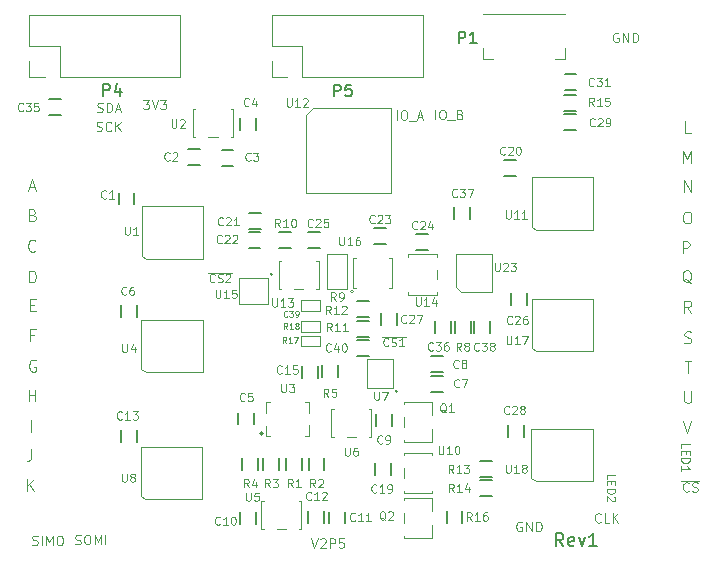
<source format=gto>
G04 #@! TF.FileFunction,Legend,Top*
%FSLAX46Y46*%
G04 Gerber Fmt 4.6, Leading zero omitted, Abs format (unit mm)*
G04 Created by KiCad (PCBNEW 4.0.1-stable) date 5/8/2017 10:12:07 PM*
%MOMM*%
G01*
G04 APERTURE LIST*
%ADD10C,0.100000*%
%ADD11C,0.120000*%
%ADD12C,0.150000*%
%ADD13C,0.200000*%
%ADD14C,0.125000*%
G04 APERTURE END LIST*
D10*
D11*
X-22257771Y14818590D02*
X-22143485Y14780495D01*
X-21953009Y14780495D01*
X-21876819Y14818590D01*
X-21838723Y14856686D01*
X-21800628Y14932876D01*
X-21800628Y15009067D01*
X-21838723Y15085257D01*
X-21876819Y15123352D01*
X-21953009Y15161448D01*
X-22105390Y15199543D01*
X-22181581Y15237638D01*
X-22219676Y15275733D01*
X-22257771Y15351924D01*
X-22257771Y15428114D01*
X-22219676Y15504305D01*
X-22181581Y15542400D01*
X-22105390Y15580495D01*
X-21914914Y15580495D01*
X-21800628Y15542400D01*
X-21000628Y14856686D02*
X-21038723Y14818590D01*
X-21153009Y14780495D01*
X-21229199Y14780495D01*
X-21343485Y14818590D01*
X-21419676Y14894781D01*
X-21457771Y14970971D01*
X-21495866Y15123352D01*
X-21495866Y15237638D01*
X-21457771Y15390019D01*
X-21419676Y15466210D01*
X-21343485Y15542400D01*
X-21229199Y15580495D01*
X-21153009Y15580495D01*
X-21038723Y15542400D01*
X-21000628Y15504305D01*
X-20657771Y14780495D02*
X-20657771Y15580495D01*
X-20200628Y14780495D02*
X-20543485Y15237638D01*
X-20200628Y15580495D02*
X-20657771Y15123352D01*
X-22200628Y16418590D02*
X-22086342Y16380495D01*
X-21895866Y16380495D01*
X-21819676Y16418590D01*
X-21781580Y16456686D01*
X-21743485Y16532876D01*
X-21743485Y16609067D01*
X-21781580Y16685257D01*
X-21819676Y16723352D01*
X-21895866Y16761448D01*
X-22048247Y16799543D01*
X-22124438Y16837638D01*
X-22162533Y16875733D01*
X-22200628Y16951924D01*
X-22200628Y17028114D01*
X-22162533Y17104305D01*
X-22124438Y17142400D01*
X-22048247Y17180495D01*
X-21857771Y17180495D01*
X-21743485Y17142400D01*
X-21400628Y16380495D02*
X-21400628Y17180495D01*
X-21210152Y17180495D01*
X-21095866Y17142400D01*
X-21019675Y17066210D01*
X-20981580Y16990019D01*
X-20943485Y16837638D01*
X-20943485Y16723352D01*
X-20981580Y16570971D01*
X-21019675Y16494781D01*
X-21095866Y16418590D01*
X-21210152Y16380495D01*
X-21400628Y16380495D01*
X-20638723Y16609067D02*
X-20257771Y16609067D01*
X-20714914Y16380495D02*
X-20448247Y17180495D01*
X-20181580Y16380495D01*
X-12249200Y2052400D02*
X-12282534Y2019067D01*
X-12382534Y1985733D01*
X-12449200Y1985733D01*
X-12549200Y2019067D01*
X-12615867Y2085733D01*
X-12649200Y2152400D01*
X-12682534Y2285733D01*
X-12682534Y2385733D01*
X-12649200Y2519067D01*
X-12615867Y2585733D01*
X-12549200Y2652400D01*
X-12449200Y2685733D01*
X-12382534Y2685733D01*
X-12282534Y2652400D01*
X-12249200Y2619067D01*
X-11982534Y2019067D02*
X-11882534Y1985733D01*
X-11715867Y1985733D01*
X-11649200Y2019067D01*
X-11615867Y2052400D01*
X-11582534Y2119067D01*
X-11582534Y2185733D01*
X-11615867Y2252400D01*
X-11649200Y2285733D01*
X-11715867Y2319067D01*
X-11849200Y2352400D01*
X-11915867Y2385733D01*
X-11949200Y2419067D01*
X-11982534Y2485733D01*
X-11982534Y2552400D01*
X-11949200Y2619067D01*
X-11915867Y2652400D01*
X-11849200Y2685733D01*
X-11682534Y2685733D01*
X-11582534Y2652400D01*
X-11315867Y2619067D02*
X-11282533Y2652400D01*
X-11215867Y2685733D01*
X-11049200Y2685733D01*
X-10982533Y2652400D01*
X-10949200Y2619067D01*
X-10915867Y2552400D01*
X-10915867Y2485733D01*
X-10949200Y2385733D01*
X-11349200Y1985733D01*
X-10915867Y1985733D01*
X-12815867Y2806400D02*
X-10782533Y2806400D01*
X2450800Y-3367600D02*
X2417466Y-3400933D01*
X2317466Y-3434267D01*
X2250800Y-3434267D01*
X2150800Y-3400933D01*
X2084133Y-3334267D01*
X2050800Y-3267600D01*
X2017466Y-3134267D01*
X2017466Y-3034267D01*
X2050800Y-2900933D01*
X2084133Y-2834267D01*
X2150800Y-2767600D01*
X2250800Y-2734267D01*
X2317466Y-2734267D01*
X2417466Y-2767600D01*
X2450800Y-2800933D01*
X2717466Y-3400933D02*
X2817466Y-3434267D01*
X2984133Y-3434267D01*
X3050800Y-3400933D01*
X3084133Y-3367600D01*
X3117466Y-3300933D01*
X3117466Y-3234267D01*
X3084133Y-3167600D01*
X3050800Y-3134267D01*
X2984133Y-3100933D01*
X2850800Y-3067600D01*
X2784133Y-3034267D01*
X2750800Y-3000933D01*
X2717466Y-2934267D01*
X2717466Y-2867600D01*
X2750800Y-2800933D01*
X2784133Y-2767600D01*
X2850800Y-2734267D01*
X3017466Y-2734267D01*
X3117466Y-2767600D01*
X3784133Y-3434267D02*
X3384133Y-3434267D01*
X3584133Y-3434267D02*
X3584133Y-2734267D01*
X3517467Y-2834267D01*
X3450800Y-2900933D01*
X3384133Y-2934267D01*
X1884133Y-2613600D02*
X3917467Y-2613600D01*
X-27967295Y10005733D02*
X-27491104Y10005733D01*
X-28062533Y9720019D02*
X-27729200Y10720019D01*
X-27395866Y9720019D01*
X-27657771Y7673829D02*
X-27514914Y7626210D01*
X-27467295Y7578590D01*
X-27419676Y7483352D01*
X-27419676Y7340495D01*
X-27467295Y7245257D01*
X-27514914Y7197638D01*
X-27610152Y7150019D01*
X-27991105Y7150019D01*
X-27991105Y8150019D01*
X-27657771Y8150019D01*
X-27562533Y8102400D01*
X-27514914Y8054781D01*
X-27467295Y7959543D01*
X-27467295Y7864305D01*
X-27514914Y7769067D01*
X-27562533Y7721448D01*
X-27657771Y7673829D01*
X-27991105Y7673829D01*
X-27429676Y4665257D02*
X-27477295Y4617638D01*
X-27620152Y4570019D01*
X-27715390Y4570019D01*
X-27858248Y4617638D01*
X-27953486Y4712876D01*
X-28001105Y4808114D01*
X-28048724Y4998590D01*
X-28048724Y5141448D01*
X-28001105Y5331924D01*
X-27953486Y5427162D01*
X-27858248Y5522400D01*
X-27715390Y5570019D01*
X-27620152Y5570019D01*
X-27477295Y5522400D01*
X-27429676Y5474781D01*
X-27971105Y1970019D02*
X-27971105Y2970019D01*
X-27733010Y2970019D01*
X-27590152Y2922400D01*
X-27494914Y2827162D01*
X-27447295Y2731924D01*
X-27399676Y2541448D01*
X-27399676Y2398590D01*
X-27447295Y2208114D01*
X-27494914Y2112876D01*
X-27590152Y2017638D01*
X-27733010Y1970019D01*
X-27971105Y1970019D01*
X-27883486Y53829D02*
X-27550152Y53829D01*
X-27407295Y-469981D02*
X-27883486Y-469981D01*
X-27883486Y530019D01*
X-27407295Y530019D01*
X-27536342Y-2476171D02*
X-27869676Y-2476171D01*
X-27869676Y-2999981D02*
X-27869676Y-1999981D01*
X-27393485Y-1999981D01*
X-27407295Y-4627600D02*
X-27502533Y-4579981D01*
X-27645390Y-4579981D01*
X-27788248Y-4627600D01*
X-27883486Y-4722838D01*
X-27931105Y-4818076D01*
X-27978724Y-5008552D01*
X-27978724Y-5151410D01*
X-27931105Y-5341886D01*
X-27883486Y-5437124D01*
X-27788248Y-5532362D01*
X-27645390Y-5579981D01*
X-27550152Y-5579981D01*
X-27407295Y-5532362D01*
X-27359676Y-5484743D01*
X-27359676Y-5151410D01*
X-27550152Y-5151410D01*
X-28014914Y-8099981D02*
X-28014914Y-7099981D01*
X-28014914Y-7576171D02*
X-27443485Y-7576171D01*
X-27443485Y-8099981D02*
X-27443485Y-7099981D01*
X-27789200Y-10689981D02*
X-27789200Y-9689981D01*
X-27766342Y-12149981D02*
X-27766342Y-12864267D01*
X-27813962Y-13007124D01*
X-27909200Y-13102362D01*
X-28052057Y-13149981D01*
X-28147295Y-13149981D01*
X-28161105Y-15659981D02*
X-28161105Y-14659981D01*
X-27589676Y-15659981D02*
X-28018248Y-15088552D01*
X-27589676Y-14659981D02*
X-28161105Y-15231410D01*
X28080324Y14640019D02*
X27604133Y14640019D01*
X27604133Y15640019D01*
X27437467Y12090019D02*
X27437467Y13090019D01*
X27770801Y12375733D01*
X28104134Y13090019D01*
X28104134Y12090019D01*
X27465086Y9610019D02*
X27465086Y10610019D01*
X28036515Y9610019D01*
X28036515Y10610019D01*
X27675562Y7960019D02*
X27866039Y7960019D01*
X27961277Y7912400D01*
X28056515Y7817162D01*
X28104134Y7626686D01*
X28104134Y7293352D01*
X28056515Y7102876D01*
X27961277Y7007638D01*
X27866039Y6960019D01*
X27675562Y6960019D01*
X27580324Y7007638D01*
X27485086Y7102876D01*
X27437467Y7293352D01*
X27437467Y7626686D01*
X27485086Y7817162D01*
X27580324Y7912400D01*
X27675562Y7960019D01*
X27378895Y4440019D02*
X27378895Y5440019D01*
X27759848Y5440019D01*
X27855086Y5392400D01*
X27902705Y5344781D01*
X27950324Y5249543D01*
X27950324Y5106686D01*
X27902705Y5011448D01*
X27855086Y4963829D01*
X27759848Y4916210D01*
X27378895Y4916210D01*
X28101753Y1904781D02*
X28006515Y1952400D01*
X27911277Y2047638D01*
X27768420Y2190495D01*
X27673181Y2238114D01*
X27577943Y2238114D01*
X27625562Y2000019D02*
X27530324Y2047638D01*
X27435086Y2142876D01*
X27387467Y2333352D01*
X27387467Y2666686D01*
X27435086Y2857162D01*
X27530324Y2952400D01*
X27625562Y3000019D01*
X27816039Y3000019D01*
X27911277Y2952400D01*
X28006515Y2857162D01*
X28054134Y2666686D01*
X28054134Y2333352D01*
X28006515Y2142876D01*
X27911277Y2047638D01*
X27816039Y2000019D01*
X27625562Y2000019D01*
X28090324Y-589981D02*
X27756990Y-113790D01*
X27518895Y-589981D02*
X27518895Y410019D01*
X27899848Y410019D01*
X27995086Y362400D01*
X28042705Y314781D01*
X28090324Y219543D01*
X28090324Y76686D01*
X28042705Y-18552D01*
X27995086Y-66171D01*
X27899848Y-113790D01*
X27518895Y-113790D01*
X27515086Y-3132362D02*
X27657943Y-3179981D01*
X27896039Y-3179981D01*
X27991277Y-3132362D01*
X28038896Y-3084743D01*
X28086515Y-2989505D01*
X28086515Y-2894267D01*
X28038896Y-2799029D01*
X27991277Y-2751410D01*
X27896039Y-2703790D01*
X27705562Y-2656171D01*
X27610324Y-2608552D01*
X27562705Y-2560933D01*
X27515086Y-2465695D01*
X27515086Y-2370457D01*
X27562705Y-2275219D01*
X27610324Y-2227600D01*
X27705562Y-2179981D01*
X27943658Y-2179981D01*
X28086515Y-2227600D01*
X27525086Y-4679981D02*
X28096515Y-4679981D01*
X27810800Y-5679981D02*
X27810800Y-4679981D01*
X27515086Y-7219981D02*
X27515086Y-8029505D01*
X27562705Y-8124743D01*
X27610324Y-8172362D01*
X27705562Y-8219981D01*
X27896039Y-8219981D01*
X27991277Y-8172362D01*
X28038896Y-8124743D01*
X28086515Y-8029505D01*
X28086515Y-7219981D01*
X27417467Y-9739981D02*
X27750800Y-10739981D01*
X28084134Y-9739981D01*
X20944133Y-14644267D02*
X20944133Y-14310934D01*
X21644133Y-14310934D01*
X21310800Y-14877601D02*
X21310800Y-15110934D01*
X20944133Y-15210934D02*
X20944133Y-14877601D01*
X21644133Y-14877601D01*
X21644133Y-15210934D01*
X20944133Y-15510934D02*
X21644133Y-15510934D01*
X21644133Y-15677600D01*
X21610800Y-15777600D01*
X21544133Y-15844267D01*
X21477467Y-15877600D01*
X21344133Y-15910934D01*
X21244133Y-15910934D01*
X21110800Y-15877600D01*
X21044133Y-15844267D01*
X20977467Y-15777600D01*
X20944133Y-15677600D01*
X20944133Y-15510934D01*
X21577467Y-16177600D02*
X21610800Y-16210934D01*
X21644133Y-16277600D01*
X21644133Y-16444267D01*
X21610800Y-16510934D01*
X21577467Y-16544267D01*
X21510800Y-16577600D01*
X21444133Y-16577600D01*
X21344133Y-16544267D01*
X20944133Y-16144267D01*
X20944133Y-16577600D01*
X27254133Y-12064267D02*
X27254133Y-11730934D01*
X27954133Y-11730934D01*
X27620800Y-12297601D02*
X27620800Y-12530934D01*
X27254133Y-12630934D02*
X27254133Y-12297601D01*
X27954133Y-12297601D01*
X27954133Y-12630934D01*
X27254133Y-12930934D02*
X27954133Y-12930934D01*
X27954133Y-13097600D01*
X27920800Y-13197600D01*
X27854133Y-13264267D01*
X27787467Y-13297600D01*
X27654133Y-13330934D01*
X27554133Y-13330934D01*
X27420800Y-13297600D01*
X27354133Y-13264267D01*
X27287467Y-13197600D01*
X27254133Y-13097600D01*
X27254133Y-12930934D01*
X27254133Y-13997600D02*
X27254133Y-13597600D01*
X27254133Y-13797600D02*
X27954133Y-13797600D01*
X27854133Y-13730934D01*
X27787467Y-13664267D01*
X27754133Y-13597600D01*
X27877467Y-15673314D02*
X27839372Y-15711410D01*
X27725086Y-15749505D01*
X27648896Y-15749505D01*
X27534610Y-15711410D01*
X27458419Y-15635219D01*
X27420324Y-15559029D01*
X27382229Y-15406648D01*
X27382229Y-15292362D01*
X27420324Y-15139981D01*
X27458419Y-15063790D01*
X27534610Y-14987600D01*
X27648896Y-14949505D01*
X27725086Y-14949505D01*
X27839372Y-14987600D01*
X27877467Y-15025695D01*
X28182229Y-15711410D02*
X28296515Y-15749505D01*
X28486991Y-15749505D01*
X28563181Y-15711410D01*
X28601277Y-15673314D01*
X28639372Y-15597124D01*
X28639372Y-15520933D01*
X28601277Y-15444743D01*
X28563181Y-15406648D01*
X28486991Y-15368552D01*
X28334610Y-15330457D01*
X28258419Y-15292362D01*
X28220324Y-15254267D01*
X28182229Y-15178076D01*
X28182229Y-15101886D01*
X28220324Y-15025695D01*
X28258419Y-14987600D01*
X28334610Y-14949505D01*
X28525086Y-14949505D01*
X28639372Y-14987600D01*
X27229848Y-14811600D02*
X28791753Y-14811600D01*
X20444610Y-18283314D02*
X20406515Y-18321410D01*
X20292229Y-18359505D01*
X20216039Y-18359505D01*
X20101753Y-18321410D01*
X20025562Y-18245219D01*
X19987467Y-18169029D01*
X19949372Y-18016648D01*
X19949372Y-17902362D01*
X19987467Y-17749981D01*
X20025562Y-17673790D01*
X20101753Y-17597600D01*
X20216039Y-17559505D01*
X20292229Y-17559505D01*
X20406515Y-17597600D01*
X20444610Y-17635695D01*
X21168420Y-18359505D02*
X20787467Y-18359505D01*
X20787467Y-17559505D01*
X21435086Y-18359505D02*
X21435086Y-17559505D01*
X21892229Y-18359505D02*
X21549372Y-17902362D01*
X21892229Y-17559505D02*
X21435086Y-18016648D01*
X-24064438Y-20181410D02*
X-23950152Y-20219505D01*
X-23759676Y-20219505D01*
X-23683486Y-20181410D01*
X-23645390Y-20143314D01*
X-23607295Y-20067124D01*
X-23607295Y-19990933D01*
X-23645390Y-19914743D01*
X-23683486Y-19876648D01*
X-23759676Y-19838552D01*
X-23912057Y-19800457D01*
X-23988248Y-19762362D01*
X-24026343Y-19724267D01*
X-24064438Y-19648076D01*
X-24064438Y-19571886D01*
X-24026343Y-19495695D01*
X-23988248Y-19457600D01*
X-23912057Y-19419505D01*
X-23721581Y-19419505D01*
X-23607295Y-19457600D01*
X-23112057Y-19419505D02*
X-22959676Y-19419505D01*
X-22883485Y-19457600D01*
X-22807295Y-19533790D01*
X-22769200Y-19686171D01*
X-22769200Y-19952838D01*
X-22807295Y-20105219D01*
X-22883485Y-20181410D01*
X-22959676Y-20219505D01*
X-23112057Y-20219505D01*
X-23188247Y-20181410D01*
X-23264438Y-20105219D01*
X-23302533Y-19952838D01*
X-23302533Y-19686171D01*
X-23264438Y-19533790D01*
X-23188247Y-19457600D01*
X-23112057Y-19419505D01*
X-22426343Y-20219505D02*
X-22426343Y-19419505D01*
X-22159676Y-19990933D01*
X-21893009Y-19419505D01*
X-21893009Y-20219505D01*
X-21512057Y-20219505D02*
X-21512057Y-19419505D01*
X6426991Y15770495D02*
X6426991Y16570495D01*
X6960324Y16570495D02*
X7112705Y16570495D01*
X7188896Y16532400D01*
X7265086Y16456210D01*
X7303181Y16303829D01*
X7303181Y16037162D01*
X7265086Y15884781D01*
X7188896Y15808590D01*
X7112705Y15770495D01*
X6960324Y15770495D01*
X6884134Y15808590D01*
X6807943Y15884781D01*
X6769848Y16037162D01*
X6769848Y16303829D01*
X6807943Y16456210D01*
X6884134Y16532400D01*
X6960324Y16570495D01*
X7455562Y15694305D02*
X8065086Y15694305D01*
X8522229Y16189543D02*
X8636515Y16151448D01*
X8674610Y16113352D01*
X8712705Y16037162D01*
X8712705Y15922876D01*
X8674610Y15846686D01*
X8636515Y15808590D01*
X8560324Y15770495D01*
X8255562Y15770495D01*
X8255562Y16570495D01*
X8522229Y16570495D01*
X8598419Y16532400D01*
X8636515Y16494305D01*
X8674610Y16418114D01*
X8674610Y16341924D01*
X8636515Y16265733D01*
X8598419Y16227638D01*
X8522229Y16189543D01*
X8255562Y16189543D01*
X3164134Y15740495D02*
X3164134Y16540495D01*
X3697467Y16540495D02*
X3849848Y16540495D01*
X3926039Y16502400D01*
X4002229Y16426210D01*
X4040324Y16273829D01*
X4040324Y16007162D01*
X4002229Y15854781D01*
X3926039Y15778590D01*
X3849848Y15740495D01*
X3697467Y15740495D01*
X3621277Y15778590D01*
X3545086Y15854781D01*
X3506991Y16007162D01*
X3506991Y16273829D01*
X3545086Y16426210D01*
X3621277Y16502400D01*
X3697467Y16540495D01*
X4192705Y15664305D02*
X4802229Y15664305D01*
X4954610Y15969067D02*
X5335562Y15969067D01*
X4878419Y15740495D02*
X5145086Y16540495D01*
X5411753Y15740495D01*
X-27694438Y-20221410D02*
X-27580152Y-20259505D01*
X-27389676Y-20259505D01*
X-27313486Y-20221410D01*
X-27275390Y-20183314D01*
X-27237295Y-20107124D01*
X-27237295Y-20030933D01*
X-27275390Y-19954743D01*
X-27313486Y-19916648D01*
X-27389676Y-19878552D01*
X-27542057Y-19840457D01*
X-27618248Y-19802362D01*
X-27656343Y-19764267D01*
X-27694438Y-19688076D01*
X-27694438Y-19611886D01*
X-27656343Y-19535695D01*
X-27618248Y-19497600D01*
X-27542057Y-19459505D01*
X-27351581Y-19459505D01*
X-27237295Y-19497600D01*
X-26894438Y-20259505D02*
X-26894438Y-19459505D01*
X-26513486Y-20259505D02*
X-26513486Y-19459505D01*
X-26246819Y-20030933D01*
X-25980152Y-19459505D01*
X-25980152Y-20259505D01*
X-25446819Y-19459505D02*
X-25294438Y-19459505D01*
X-25218247Y-19497600D01*
X-25142057Y-19573790D01*
X-25103962Y-19726171D01*
X-25103962Y-19992838D01*
X-25142057Y-20145219D01*
X-25218247Y-20221410D01*
X-25294438Y-20259505D01*
X-25446819Y-20259505D01*
X-25523009Y-20221410D01*
X-25599200Y-20145219D01*
X-25637295Y-19992838D01*
X-25637295Y-19726171D01*
X-25599200Y-19573790D01*
X-25523009Y-19497600D01*
X-25446819Y-19459505D01*
X13751277Y-18347600D02*
X13675086Y-18309505D01*
X13560801Y-18309505D01*
X13446515Y-18347600D01*
X13370324Y-18423790D01*
X13332229Y-18499981D01*
X13294134Y-18652362D01*
X13294134Y-18766648D01*
X13332229Y-18919029D01*
X13370324Y-18995219D01*
X13446515Y-19071410D01*
X13560801Y-19109505D01*
X13636991Y-19109505D01*
X13751277Y-19071410D01*
X13789372Y-19033314D01*
X13789372Y-18766648D01*
X13636991Y-18766648D01*
X14132229Y-19109505D02*
X14132229Y-18309505D01*
X14589372Y-19109505D01*
X14589372Y-18309505D01*
X14970324Y-19109505D02*
X14970324Y-18309505D01*
X15160800Y-18309505D01*
X15275086Y-18347600D01*
X15351277Y-18423790D01*
X15389372Y-18499981D01*
X15427467Y-18652362D01*
X15427467Y-18766648D01*
X15389372Y-18919029D01*
X15351277Y-18995219D01*
X15275086Y-19071410D01*
X15160800Y-19109505D01*
X14970324Y-19109505D01*
X21911277Y23082400D02*
X21835086Y23120495D01*
X21720801Y23120495D01*
X21606515Y23082400D01*
X21530324Y23006210D01*
X21492229Y22930019D01*
X21454134Y22777638D01*
X21454134Y22663352D01*
X21492229Y22510971D01*
X21530324Y22434781D01*
X21606515Y22358590D01*
X21720801Y22320495D01*
X21796991Y22320495D01*
X21911277Y22358590D01*
X21949372Y22396686D01*
X21949372Y22663352D01*
X21796991Y22663352D01*
X22292229Y22320495D02*
X22292229Y23120495D01*
X22749372Y22320495D01*
X22749372Y23120495D01*
X23130324Y22320495D02*
X23130324Y23120495D01*
X23320800Y23120495D01*
X23435086Y23082400D01*
X23511277Y23006210D01*
X23549372Y22930019D01*
X23587467Y22777638D01*
X23587467Y22663352D01*
X23549372Y22510971D01*
X23511277Y22434781D01*
X23435086Y22358590D01*
X23320800Y22320495D01*
X23130324Y22320495D01*
X-4077772Y-19709505D02*
X-3811105Y-20509505D01*
X-3544438Y-19709505D01*
X-3315867Y-19785695D02*
X-3277772Y-19747600D01*
X-3201581Y-19709505D01*
X-3011105Y-19709505D01*
X-2934915Y-19747600D01*
X-2896819Y-19785695D01*
X-2858724Y-19861886D01*
X-2858724Y-19938076D01*
X-2896819Y-20052362D01*
X-3353962Y-20509505D01*
X-2858724Y-20509505D01*
X-2515867Y-20509505D02*
X-2515867Y-19709505D01*
X-2211105Y-19709505D01*
X-2134914Y-19747600D01*
X-2096819Y-19785695D01*
X-2058724Y-19861886D01*
X-2058724Y-19976171D01*
X-2096819Y-20052362D01*
X-2134914Y-20090457D01*
X-2211105Y-20128552D01*
X-2515867Y-20128552D01*
X-1334914Y-19709505D02*
X-1715867Y-19709505D01*
X-1753962Y-20090457D01*
X-1715867Y-20052362D01*
X-1639676Y-20014267D01*
X-1449200Y-20014267D01*
X-1373010Y-20052362D01*
X-1334914Y-20090457D01*
X-1296819Y-20166648D01*
X-1296819Y-20357124D01*
X-1334914Y-20433314D01*
X-1373010Y-20471410D01*
X-1449200Y-20509505D01*
X-1639676Y-20509505D01*
X-1715867Y-20471410D01*
X-1753962Y-20433314D01*
X-18319676Y17420495D02*
X-17824438Y17420495D01*
X-18091105Y17115733D01*
X-17976819Y17115733D01*
X-17900629Y17077638D01*
X-17862533Y17039543D01*
X-17824438Y16963352D01*
X-17824438Y16772876D01*
X-17862533Y16696686D01*
X-17900629Y16658590D01*
X-17976819Y16620495D01*
X-18205391Y16620495D01*
X-18281581Y16658590D01*
X-18319676Y16696686D01*
X-17595867Y17420495D02*
X-17329200Y16620495D01*
X-17062533Y17420495D01*
X-16872057Y17420495D02*
X-16376819Y17420495D01*
X-16643486Y17115733D01*
X-16529200Y17115733D01*
X-16453010Y17077638D01*
X-16414914Y17039543D01*
X-16376819Y16963352D01*
X-16376819Y16772876D01*
X-16414914Y16696686D01*
X-16453010Y16658590D01*
X-16529200Y16620495D01*
X-16757772Y16620495D01*
X-16833962Y16658590D01*
X-16872057Y16696686D01*
D12*
X17256991Y-20355219D02*
X16890325Y-19831410D01*
X16628420Y-20355219D02*
X16628420Y-19255219D01*
X17047467Y-19255219D01*
X17152229Y-19307600D01*
X17204610Y-19359981D01*
X17256991Y-19464743D01*
X17256991Y-19621886D01*
X17204610Y-19726648D01*
X17152229Y-19779029D01*
X17047467Y-19831410D01*
X16628420Y-19831410D01*
X18147467Y-20302838D02*
X18042705Y-20355219D01*
X17833182Y-20355219D01*
X17728420Y-20302838D01*
X17676039Y-20198076D01*
X17676039Y-19779029D01*
X17728420Y-19674267D01*
X17833182Y-19621886D01*
X18042705Y-19621886D01*
X18147467Y-19674267D01*
X18199848Y-19779029D01*
X18199848Y-19883790D01*
X17676039Y-19988552D01*
X18566515Y-19621886D02*
X18828420Y-20355219D01*
X19090324Y-19621886D01*
X20085562Y-20355219D02*
X19456991Y-20355219D01*
X19771277Y-20355219D02*
X19771277Y-19255219D01*
X19666515Y-19412362D01*
X19561753Y-19517124D01*
X19456991Y-19569505D01*
D10*
X-13208000Y8407400D02*
X-13208000Y3962400D01*
X-13208000Y3962400D02*
X-18034000Y3962400D01*
X-18034000Y3962400D02*
X-18415000Y4216400D01*
X-18415000Y4216400D02*
X-18415000Y8407400D01*
X-18415000Y8407400D02*
X-13208000Y8407400D01*
X-13255300Y-1208900D02*
X-13255300Y-5653900D01*
X-13255300Y-5653900D02*
X-18081300Y-5653900D01*
X-18081300Y-5653900D02*
X-18462300Y-5399900D01*
X-18462300Y-5399900D02*
X-18462300Y-1208900D01*
X-18462300Y-1208900D02*
X-13255300Y-1208900D01*
X-13309600Y-11963400D02*
X-13309600Y-16408400D01*
X-13309600Y-16408400D02*
X-18135600Y-16408400D01*
X-18135600Y-16408400D02*
X-18516600Y-16154400D01*
X-18516600Y-16154400D02*
X-18516600Y-11963400D01*
X-18516600Y-11963400D02*
X-13309600Y-11963400D01*
X-4565200Y16106400D02*
X-4565200Y9506400D01*
X-4565200Y16106400D02*
X-3965200Y16706400D01*
X-3965200Y16706400D02*
X2634800Y16706400D01*
X2634800Y16706400D02*
X2634800Y9506400D01*
X2634800Y9506400D02*
X-4565200Y9506400D01*
X19796760Y10886440D02*
X19796760Y6441440D01*
X19796760Y6441440D02*
X14970760Y6441440D01*
X14970760Y6441440D02*
X14589760Y6695440D01*
X14589760Y6695440D02*
X14589760Y10886440D01*
X14589760Y10886440D02*
X19796760Y10886440D01*
D13*
X-8201011Y-10821079D02*
G75*
G03X-8201011Y-10821079I-90139J0D01*
G01*
D10*
X-4241150Y-10096079D02*
X-4241150Y-10996079D01*
X-4241150Y-10996079D02*
X-4641150Y-10996079D01*
X-4591150Y-8196079D02*
X-4241150Y-8196079D01*
X-4241150Y-8196079D02*
X-4241150Y-9096079D01*
X-7941150Y-10146079D02*
X-7941150Y-10996079D01*
X-7941150Y-10996079D02*
X-7541150Y-10996079D01*
X-7541150Y-8196079D02*
X-7941150Y-8196079D01*
X-7941150Y-8196079D02*
X-7941150Y-9096079D01*
X19796760Y574040D02*
X19796760Y-3870960D01*
X19796760Y-3870960D02*
X14970760Y-3870960D01*
X14970760Y-3870960D02*
X14589760Y-3616960D01*
X14589760Y-3616960D02*
X14589760Y574040D01*
X14589760Y574040D02*
X19796760Y574040D01*
X19735800Y-10434320D02*
X19735800Y-14879320D01*
X19735800Y-14879320D02*
X14909800Y-14879320D01*
X14909800Y-14879320D02*
X14528800Y-14625320D01*
X14528800Y-14625320D02*
X14528800Y-10434320D01*
X14528800Y-10434320D02*
X19735800Y-10434320D01*
X6179820Y-10460280D02*
X6179820Y-11360280D01*
X6179820Y-8360280D02*
X6179820Y-9260280D01*
X3779820Y-10260280D02*
X3779820Y-9460280D01*
X6179820Y-11360280D02*
X6179820Y-11560280D01*
X6179820Y-11560280D02*
X3779820Y-11560280D01*
X3779820Y-11560280D02*
X3779820Y-11360280D01*
X6179820Y-8360280D02*
X6179820Y-8160280D01*
X6179820Y-8160280D02*
X3779820Y-8160280D01*
X3779820Y-8160280D02*
X3779820Y-8360280D01*
X-12004800Y14254600D02*
X-12804800Y14254600D01*
X-10904800Y16654600D02*
X-10704800Y16654600D01*
X-10704800Y16654600D02*
X-10704800Y14254600D01*
X-10704800Y14254600D02*
X-10904800Y14254600D01*
X-13904800Y16654600D02*
X-14104800Y16654600D01*
X-14104800Y16654600D02*
X-14104800Y14254600D01*
X-14104800Y14254600D02*
X-13904800Y14254600D01*
X6548800Y3034420D02*
X6548800Y2234420D01*
X4148800Y4134420D02*
X4148800Y4334420D01*
X4148800Y4334420D02*
X6548800Y4334420D01*
X6548800Y4334420D02*
X6548800Y4134420D01*
X4148800Y1134420D02*
X4148800Y934420D01*
X4148800Y934420D02*
X6548800Y934420D01*
X6548800Y934420D02*
X6548800Y1134420D01*
X-294180Y-11116280D02*
X-1094180Y-11116280D01*
X805820Y-8716280D02*
X1005820Y-8716280D01*
X1005820Y-8716280D02*
X1005820Y-11116280D01*
X1005820Y-11116280D02*
X805820Y-11116280D01*
X-2194180Y-8716280D02*
X-2394180Y-8716280D01*
X-2394180Y-8716280D02*
X-2394180Y-11116280D01*
X-2394180Y-11116280D02*
X-2194180Y-11116280D01*
X-4741700Y1384300D02*
X-5541700Y1384300D01*
X-3641700Y3784300D02*
X-3441700Y3784300D01*
X-3441700Y3784300D02*
X-3441700Y1384300D01*
X-3441700Y1384300D02*
X-3641700Y1384300D01*
X-6641700Y3784300D02*
X-6841700Y3784300D01*
X-6841700Y3784300D02*
X-6841700Y1384300D01*
X-6841700Y1384300D02*
X-6641700Y1384300D01*
X3779820Y-14578280D02*
X3779820Y-13778280D01*
X6179820Y-15678280D02*
X6179820Y-15878280D01*
X6179820Y-15878280D02*
X3779820Y-15878280D01*
X3779820Y-15878280D02*
X3779820Y-15678280D01*
X6179820Y-12678280D02*
X6179820Y-12478280D01*
X6179820Y-12478280D02*
X3779820Y-12478280D01*
X3779820Y-12478280D02*
X3779820Y-12678280D01*
X-6216700Y-18910000D02*
X-7016700Y-18910000D01*
X-5116700Y-16510000D02*
X-4916700Y-16510000D01*
X-4916700Y-16510000D02*
X-4916700Y-18910000D01*
X-4916700Y-18910000D02*
X-5116700Y-18910000D01*
X-8116700Y-16510000D02*
X-8316700Y-16510000D01*
X-8316700Y-16510000D02*
X-8316700Y-18910000D01*
X-8316700Y-18910000D02*
X-8116700Y-18910000D01*
X3225820Y-7233480D02*
G75*
G03X3225820Y-7233480I-100000J0D01*
G01*
X2825820Y-6933480D02*
X625820Y-6933480D01*
X625820Y-6933480D02*
X625820Y-4533480D01*
X625820Y-4533480D02*
X2825820Y-4533480D01*
X2825820Y-4533480D02*
X2825820Y-6933480D01*
X-7358580Y2652220D02*
G75*
G03X-7358580Y2652220I-100000J0D01*
G01*
X-7758580Y2352220D02*
X-7758580Y152220D01*
X-7758580Y152220D02*
X-10158580Y152220D01*
X-10158580Y152220D02*
X-10158580Y2352220D01*
X-10158580Y2352220D02*
X-7758580Y2352220D01*
D12*
X-9957460Y-13876880D02*
X-9957460Y-12876880D01*
X-8607460Y-12876880D02*
X-8607460Y-13876880D01*
X-6227460Y-13876880D02*
X-6227460Y-12876880D01*
X-4877460Y-12876880D02*
X-4877460Y-13876880D01*
X-4307460Y-13876880D02*
X-4307460Y-12876880D01*
X-2957460Y-12876880D02*
X-2957460Y-13876880D01*
X-8127460Y-13876880D02*
X-8127460Y-12876880D01*
X-6777460Y-12876880D02*
X-6777460Y-13876880D01*
X11218800Y-16143600D02*
X10218800Y-16143600D01*
X10218800Y-14793600D02*
X11218800Y-14793600D01*
X11193400Y-14467200D02*
X10193400Y-14467200D01*
X10193400Y-13117200D02*
X11193400Y-13117200D01*
D10*
X-524200Y1200420D02*
G75*
G03X-524200Y1200420I-127000J0D01*
G01*
X2523800Y3994420D02*
X2777800Y3994420D01*
X2777800Y3994420D02*
X2777800Y1454420D01*
X2777800Y1454420D02*
X2523800Y1454420D01*
X-270200Y1454420D02*
X-524200Y1454420D01*
X-524200Y1454420D02*
X-524200Y3994420D01*
X-524200Y3994420D02*
X-270200Y3994420D01*
D12*
X-20398100Y8567800D02*
X-20398100Y9567800D01*
X-19048100Y9567800D02*
X-19048100Y8567800D01*
X-1230000Y-17432400D02*
X-1230000Y-18432400D01*
X-2580000Y-18432400D02*
X-2580000Y-17432400D01*
X-4314820Y-18414620D02*
X-4314820Y-17414620D01*
X-2964820Y-17414620D02*
X-2964820Y-18414620D01*
X-13481600Y11876200D02*
X-14481600Y11876200D01*
X-14481600Y13226200D02*
X-13481600Y13226200D01*
X-11674900Y13213500D02*
X-10674900Y13213500D01*
X-10674900Y11863500D02*
X-11674900Y11863500D01*
X-10122700Y14908700D02*
X-10122700Y15908700D01*
X-8772700Y15908700D02*
X-8772700Y14908700D01*
X-8773800Y-17457800D02*
X-8773800Y-18457800D01*
X-10123800Y-18457800D02*
X-10123800Y-17457800D01*
X-18832200Y30100D02*
X-18832200Y-969900D01*
X-20182200Y-969900D02*
X-20182200Y30100D01*
X-18857600Y-10549000D02*
X-18857600Y-11549000D01*
X-20207600Y-11549000D02*
X-20207600Y-10549000D01*
X2661280Y-13307440D02*
X2661280Y-14307440D01*
X1311280Y-14307440D02*
X1311280Y-13307440D01*
X12260800Y12347400D02*
X13260800Y12347400D01*
X13260800Y10997400D02*
X12260800Y10997400D01*
X4798800Y6079420D02*
X5798800Y6079420D01*
X5798800Y4729420D02*
X4798800Y4729420D01*
X12837800Y33400D02*
X12837800Y1033400D01*
X14187800Y1033400D02*
X14187800Y33400D01*
X12599040Y-11137520D02*
X12599040Y-10137520D01*
X13949040Y-10137520D02*
X13949040Y-11137520D01*
X17315800Y16187400D02*
X18315800Y16187400D01*
X18315800Y14837400D02*
X17315800Y14837400D01*
X18365800Y18287400D02*
X17365800Y18287400D01*
X17365800Y19637400D02*
X18365800Y19637400D01*
X17340800Y17862400D02*
X18340800Y17862400D01*
X18340800Y16512400D02*
X17340800Y16512400D01*
X7068440Y-7273920D02*
X6068440Y-7273920D01*
X6068440Y-5923920D02*
X7068440Y-5923920D01*
X7059660Y-5637280D02*
X6059660Y-5637280D01*
X6059660Y-4287280D02*
X7059660Y-4287280D01*
X2720820Y-9176280D02*
X2720820Y-10176280D01*
X1370820Y-10176280D02*
X1370820Y-9176280D01*
X-3495680Y-5082920D02*
X-3495680Y-6082920D01*
X-4845680Y-6082920D02*
X-4845680Y-5082920D01*
X-9367140Y7832720D02*
X-8367140Y7832720D01*
X-8367140Y6482720D02*
X-9367140Y6482720D01*
X-9377300Y6232520D02*
X-8377300Y6232520D01*
X-8377300Y4882520D02*
X-9377300Y4882520D01*
X2250800Y5229420D02*
X1250800Y5229420D01*
X1250800Y6579420D02*
X2250800Y6579420D01*
X-3332860Y4915540D02*
X-4332860Y4915540D01*
X-4332860Y6265540D02*
X-3332860Y6265540D01*
X1859920Y-1607440D02*
X1859920Y-607440D01*
X3209920Y-607440D02*
X3209920Y-1607440D01*
X-3199760Y-6062600D02*
X-3199760Y-5062600D01*
X-1849760Y-5062600D02*
X-1849760Y-6062600D01*
D11*
X-1042300Y1380360D02*
X-1117300Y1380360D01*
X-1042300Y4355360D02*
X-1092300Y4355360D01*
X-1042300Y1380360D02*
X-1042300Y4355360D01*
X-2717300Y4355360D02*
X-1092300Y4355360D01*
X-1092300Y1380360D02*
X-2717300Y1380360D01*
X-2717300Y1380360D02*
X-2717300Y4355360D01*
D12*
X-5832220Y4915540D02*
X-6832220Y4915540D01*
X-6832220Y6265540D02*
X-5832220Y6265540D01*
X-195200Y-1268100D02*
X804800Y-1268100D01*
X804800Y-2618100D02*
X-195200Y-2618100D01*
X817500Y-984880D02*
X-182500Y-984880D01*
X-182500Y365120D02*
X817500Y365120D01*
X-10281280Y-10047860D02*
X-10281280Y-9047860D01*
X-8931280Y-9047860D02*
X-8931280Y-10047860D01*
X-26281000Y17515200D02*
X-25281000Y17515200D01*
X-25281000Y16165200D02*
X-26281000Y16165200D01*
X7761600Y-1278000D02*
X7761600Y-2278000D01*
X6411600Y-2278000D02*
X6411600Y-1278000D01*
X7975800Y7342400D02*
X7975800Y8342400D01*
X9325800Y8342400D02*
X9325800Y7342400D01*
X9739000Y-2303400D02*
X9739000Y-1303400D01*
X11089000Y-1303400D02*
X11089000Y-2303400D01*
X9412600Y-1278000D02*
X9412600Y-2278000D01*
X8062600Y-2278000D02*
X8062600Y-1278000D01*
D10*
X8563000Y1181000D02*
X11263000Y1181000D01*
X8563000Y1181000D02*
X8163000Y1581000D01*
X8163000Y1581000D02*
X8163000Y3381000D01*
X11263000Y1181000D02*
X11263000Y4381000D01*
X11263000Y4381000D02*
X8163000Y4381000D01*
X8163000Y4381000D02*
X8163000Y3381000D01*
X6170800Y-18587600D02*
X6170800Y-19487600D01*
X6170800Y-16487600D02*
X6170800Y-17387600D01*
X3770800Y-18387600D02*
X3770800Y-17587600D01*
X6170800Y-19487600D02*
X6170800Y-19687600D01*
X6170800Y-19687600D02*
X3770800Y-19687600D01*
X3770800Y-19687600D02*
X3770800Y-19487600D01*
X6170800Y-16487600D02*
X6170800Y-16287600D01*
X6170800Y-16287600D02*
X3770800Y-16287600D01*
X3770800Y-16287600D02*
X3770800Y-16487600D01*
D12*
X7375800Y-18417600D02*
X7375800Y-17417600D01*
X8725800Y-17417600D02*
X8725800Y-18417600D01*
D10*
X-4952000Y469600D02*
X-3326400Y469600D01*
X-3326400Y469600D02*
X-3326400Y-444800D01*
X-3326400Y-444800D02*
X-4952000Y-444800D01*
X-4952000Y-444800D02*
X-4952000Y469600D01*
D12*
X-189200Y-2882600D02*
X810800Y-2882600D01*
X810800Y-4232600D02*
X-189200Y-4232600D01*
D10*
X-3296400Y-3444800D02*
X-4922000Y-3444800D01*
X-4922000Y-3444800D02*
X-4922000Y-2530400D01*
X-4922000Y-2530400D02*
X-3296400Y-2530400D01*
X-3296400Y-2530400D02*
X-3296400Y-3444800D01*
X-3316400Y-2214800D02*
X-4942000Y-2214800D01*
X-4942000Y-2214800D02*
X-4942000Y-1300400D01*
X-4942000Y-1300400D02*
X-3316400Y-1300400D01*
X-3316400Y-1300400D02*
X-3316400Y-2214800D01*
X10440800Y24687400D02*
X17440800Y24687400D01*
X17440800Y20887400D02*
X16540800Y20887400D01*
X11340800Y20887400D02*
X10440800Y20887400D01*
X10440800Y20887400D02*
X10440800Y21787400D01*
X17440800Y20887400D02*
X17440800Y21787400D01*
D11*
X-25384200Y19400000D02*
X-15164200Y19400000D01*
X-15164200Y19400000D02*
X-15164200Y24600000D01*
X-15164200Y24600000D02*
X-27984200Y24600000D01*
X-27984200Y24600000D02*
X-27984200Y22000000D01*
X-27984200Y22000000D02*
X-25384200Y22000000D01*
X-25384200Y22000000D02*
X-25384200Y19400000D01*
X-26654200Y19400000D02*
X-27984200Y19400000D01*
X-27984200Y19400000D02*
X-27984200Y20730000D01*
X-4834200Y19400000D02*
X5385800Y19400000D01*
X5385800Y19400000D02*
X5385800Y24600000D01*
X5385800Y24600000D02*
X-7434200Y24600000D01*
X-7434200Y24600000D02*
X-7434200Y22000000D01*
X-7434200Y22000000D02*
X-4834200Y22000000D01*
X-4834200Y22000000D02*
X-4834200Y19400000D01*
X-6104200Y19400000D02*
X-7434200Y19400000D01*
X-7434200Y19400000D02*
X-7434200Y20730000D01*
X-19850033Y6697773D02*
X-19850033Y6131107D01*
X-19816700Y6064440D01*
X-19783367Y6031107D01*
X-19716700Y5997773D01*
X-19583367Y5997773D01*
X-19516700Y6031107D01*
X-19483367Y6064440D01*
X-19450033Y6131107D01*
X-19450033Y6697773D01*
X-18750034Y5997773D02*
X-19150034Y5997773D01*
X-18950034Y5997773D02*
X-18950034Y6697773D01*
X-19016700Y6597773D01*
X-19083367Y6531107D01*
X-19150034Y6497773D01*
X-20071013Y-3243787D02*
X-20071013Y-3810453D01*
X-20037680Y-3877120D01*
X-20004347Y-3910453D01*
X-19937680Y-3943787D01*
X-19804347Y-3943787D01*
X-19737680Y-3910453D01*
X-19704347Y-3877120D01*
X-19671013Y-3810453D01*
X-19671013Y-3243787D01*
X-19037680Y-3477120D02*
X-19037680Y-3943787D01*
X-19204347Y-3210453D02*
X-19371014Y-3710453D01*
X-18937680Y-3710453D01*
X-20106573Y-14216587D02*
X-20106573Y-14783253D01*
X-20073240Y-14849920D01*
X-20039907Y-14883253D01*
X-19973240Y-14916587D01*
X-19839907Y-14916587D01*
X-19773240Y-14883253D01*
X-19739907Y-14849920D01*
X-19706573Y-14783253D01*
X-19706573Y-14216587D01*
X-19273240Y-14516587D02*
X-19339907Y-14483253D01*
X-19373240Y-14449920D01*
X-19406574Y-14383253D01*
X-19406574Y-14349920D01*
X-19373240Y-14283253D01*
X-19339907Y-14249920D01*
X-19273240Y-14216587D01*
X-19139907Y-14216587D01*
X-19073240Y-14249920D01*
X-19039907Y-14283253D01*
X-19006574Y-14349920D01*
X-19006574Y-14383253D01*
X-19039907Y-14449920D01*
X-19073240Y-14483253D01*
X-19139907Y-14516587D01*
X-19273240Y-14516587D01*
X-19339907Y-14549920D01*
X-19373240Y-14583253D01*
X-19406574Y-14649920D01*
X-19406574Y-14783253D01*
X-19373240Y-14849920D01*
X-19339907Y-14883253D01*
X-19273240Y-14916587D01*
X-19139907Y-14916587D01*
X-19073240Y-14883253D01*
X-19039907Y-14849920D01*
X-19006574Y-14783253D01*
X-19006574Y-14649920D01*
X-19039907Y-14583253D01*
X-19073240Y-14549920D01*
X-19139907Y-14516587D01*
X-6149866Y17553733D02*
X-6149866Y16987067D01*
X-6116533Y16920400D01*
X-6083200Y16887067D01*
X-6016533Y16853733D01*
X-5883200Y16853733D01*
X-5816533Y16887067D01*
X-5783200Y16920400D01*
X-5749866Y16987067D01*
X-5749866Y17553733D01*
X-5049867Y16853733D02*
X-5449867Y16853733D01*
X-5249867Y16853733D02*
X-5249867Y17553733D01*
X-5316533Y17453733D01*
X-5383200Y17387067D01*
X-5449867Y17353733D01*
X-4783200Y17487067D02*
X-4749866Y17520400D01*
X-4683200Y17553733D01*
X-4516533Y17553733D01*
X-4449866Y17520400D01*
X-4416533Y17487067D01*
X-4383200Y17420400D01*
X-4383200Y17353733D01*
X-4416533Y17253733D01*
X-4816533Y16853733D01*
X-4383200Y16853733D01*
X12404134Y8075733D02*
X12404134Y7509067D01*
X12437467Y7442400D01*
X12470800Y7409067D01*
X12537467Y7375733D01*
X12670800Y7375733D01*
X12737467Y7409067D01*
X12770800Y7442400D01*
X12804134Y7509067D01*
X12804134Y8075733D01*
X13504133Y7375733D02*
X13104133Y7375733D01*
X13304133Y7375733D02*
X13304133Y8075733D01*
X13237467Y7975733D01*
X13170800Y7909067D01*
X13104133Y7875733D01*
X14170800Y7375733D02*
X13770800Y7375733D01*
X13970800Y7375733D02*
X13970800Y8075733D01*
X13904134Y7975733D01*
X13837467Y7909067D01*
X13770800Y7875733D01*
D10*
X-6609013Y-6627067D02*
X-6609013Y-7193733D01*
X-6575680Y-7260400D01*
X-6542347Y-7293733D01*
X-6475680Y-7327067D01*
X-6342347Y-7327067D01*
X-6275680Y-7293733D01*
X-6242347Y-7260400D01*
X-6209013Y-7193733D01*
X-6209013Y-6627067D01*
X-5942347Y-6627067D02*
X-5509014Y-6627067D01*
X-5742347Y-6893733D01*
X-5642347Y-6893733D01*
X-5575680Y-6927067D01*
X-5542347Y-6960400D01*
X-5509014Y-7027067D01*
X-5509014Y-7193733D01*
X-5542347Y-7260400D01*
X-5575680Y-7293733D01*
X-5642347Y-7327067D01*
X-5842347Y-7327067D01*
X-5909014Y-7293733D01*
X-5942347Y-7260400D01*
D11*
X12464134Y-2564267D02*
X12464134Y-3130933D01*
X12497467Y-3197600D01*
X12530800Y-3230933D01*
X12597467Y-3264267D01*
X12730800Y-3264267D01*
X12797467Y-3230933D01*
X12830800Y-3197600D01*
X12864134Y-3130933D01*
X12864134Y-2564267D01*
X13564133Y-3264267D02*
X13164133Y-3264267D01*
X13364133Y-3264267D02*
X13364133Y-2564267D01*
X13297467Y-2664267D01*
X13230800Y-2730933D01*
X13164133Y-2764267D01*
X13797467Y-2564267D02*
X14264134Y-2564267D01*
X13964134Y-3264267D01*
X12394134Y-13454267D02*
X12394134Y-14020933D01*
X12427467Y-14087600D01*
X12460800Y-14120933D01*
X12527467Y-14154267D01*
X12660800Y-14154267D01*
X12727467Y-14120933D01*
X12760800Y-14087600D01*
X12794134Y-14020933D01*
X12794134Y-13454267D01*
X13494133Y-14154267D02*
X13094133Y-14154267D01*
X13294133Y-14154267D02*
X13294133Y-13454267D01*
X13227467Y-13554267D01*
X13160800Y-13620933D01*
X13094133Y-13654267D01*
X13894134Y-13754267D02*
X13827467Y-13720933D01*
X13794134Y-13687600D01*
X13760800Y-13620933D01*
X13760800Y-13587600D01*
X13794134Y-13520933D01*
X13827467Y-13487600D01*
X13894134Y-13454267D01*
X14027467Y-13454267D01*
X14094134Y-13487600D01*
X14127467Y-13520933D01*
X14160800Y-13587600D01*
X14160800Y-13620933D01*
X14127467Y-13687600D01*
X14094134Y-13720933D01*
X14027467Y-13754267D01*
X13894134Y-13754267D01*
X13827467Y-13787600D01*
X13794134Y-13820933D01*
X13760800Y-13887600D01*
X13760800Y-14020933D01*
X13794134Y-14087600D01*
X13827467Y-14120933D01*
X13894134Y-14154267D01*
X14027467Y-14154267D01*
X14094134Y-14120933D01*
X14127467Y-14087600D01*
X14160800Y-14020933D01*
X14160800Y-13887600D01*
X14127467Y-13820933D01*
X14094134Y-13787600D01*
X14027467Y-13754267D01*
D10*
X7350133Y-9044733D02*
X7283467Y-9011400D01*
X7216800Y-8944733D01*
X7116800Y-8844733D01*
X7050133Y-8811400D01*
X6983467Y-8811400D01*
X7016800Y-8978067D02*
X6950133Y-8944733D01*
X6883467Y-8878067D01*
X6850133Y-8744733D01*
X6850133Y-8511400D01*
X6883467Y-8378067D01*
X6950133Y-8311400D01*
X7016800Y-8278067D01*
X7150133Y-8278067D01*
X7216800Y-8311400D01*
X7283467Y-8378067D01*
X7316800Y-8511400D01*
X7316800Y-8744733D01*
X7283467Y-8878067D01*
X7216800Y-8944733D01*
X7150133Y-8978067D01*
X7016800Y-8978067D01*
X7983466Y-8978067D02*
X7583466Y-8978067D01*
X7783466Y-8978067D02*
X7783466Y-8278067D01*
X7716800Y-8378067D01*
X7650133Y-8444733D01*
X7583466Y-8478067D01*
D11*
X-15899233Y15779333D02*
X-15899233Y15212667D01*
X-15865900Y15146000D01*
X-15832567Y15112667D01*
X-15765900Y15079333D01*
X-15632567Y15079333D01*
X-15565900Y15112667D01*
X-15532567Y15146000D01*
X-15499233Y15212667D01*
X-15499233Y15779333D01*
X-15199234Y15712667D02*
X-15165900Y15746000D01*
X-15099234Y15779333D01*
X-14932567Y15779333D01*
X-14865900Y15746000D01*
X-14832567Y15712667D01*
X-14799234Y15646000D01*
X-14799234Y15579333D01*
X-14832567Y15479333D01*
X-15232567Y15079333D01*
X-14799234Y15079333D01*
D10*
X4772134Y695753D02*
X4772134Y129087D01*
X4805467Y62420D01*
X4838800Y29087D01*
X4905467Y-4247D01*
X5038800Y-4247D01*
X5105467Y29087D01*
X5138800Y62420D01*
X5172134Y129087D01*
X5172134Y695753D01*
X5872133Y-4247D02*
X5472133Y-4247D01*
X5672133Y-4247D02*
X5672133Y695753D01*
X5605467Y595753D01*
X5538800Y529087D01*
X5472133Y495753D01*
X6472134Y462420D02*
X6472134Y-4247D01*
X6305467Y729087D02*
X6138800Y229087D01*
X6572134Y229087D01*
X-1219133Y-12011867D02*
X-1219133Y-12578533D01*
X-1185800Y-12645200D01*
X-1152467Y-12678533D01*
X-1085800Y-12711867D01*
X-952467Y-12711867D01*
X-885800Y-12678533D01*
X-852467Y-12645200D01*
X-819133Y-12578533D01*
X-819133Y-12011867D01*
X-185800Y-12011867D02*
X-319134Y-12011867D01*
X-385800Y-12045200D01*
X-419134Y-12078533D01*
X-485800Y-12178533D01*
X-519134Y-12311867D01*
X-519134Y-12578533D01*
X-485800Y-12645200D01*
X-452467Y-12678533D01*
X-385800Y-12711867D01*
X-252467Y-12711867D01*
X-185800Y-12678533D01*
X-152467Y-12645200D01*
X-119134Y-12578533D01*
X-119134Y-12411867D01*
X-152467Y-12345200D01*
X-185800Y-12311867D01*
X-252467Y-12278533D01*
X-385800Y-12278533D01*
X-452467Y-12311867D01*
X-485800Y-12345200D01*
X-519134Y-12411867D01*
X-7375866Y615733D02*
X-7375866Y49067D01*
X-7342533Y-17600D01*
X-7309200Y-50933D01*
X-7242533Y-84267D01*
X-7109200Y-84267D01*
X-7042533Y-50933D01*
X-7009200Y-17600D01*
X-6975866Y49067D01*
X-6975866Y615733D01*
X-6275867Y-84267D02*
X-6675867Y-84267D01*
X-6475867Y-84267D02*
X-6475867Y615733D01*
X-6542533Y515733D01*
X-6609200Y449067D01*
X-6675867Y415733D01*
X-6042533Y615733D02*
X-5609200Y615733D01*
X-5842533Y349067D01*
X-5742533Y349067D01*
X-5675866Y315733D01*
X-5642533Y282400D01*
X-5609200Y215733D01*
X-5609200Y49067D01*
X-5642533Y-17600D01*
X-5675866Y-50933D01*
X-5742533Y-84267D01*
X-5942533Y-84267D01*
X-6009200Y-50933D01*
X-6042533Y-17600D01*
X6702534Y-11859467D02*
X6702534Y-12426133D01*
X6735867Y-12492800D01*
X6769200Y-12526133D01*
X6835867Y-12559467D01*
X6969200Y-12559467D01*
X7035867Y-12526133D01*
X7069200Y-12492800D01*
X7102534Y-12426133D01*
X7102534Y-11859467D01*
X7802533Y-12559467D02*
X7402533Y-12559467D01*
X7602533Y-12559467D02*
X7602533Y-11859467D01*
X7535867Y-11959467D01*
X7469200Y-12026133D01*
X7402533Y-12059467D01*
X8235867Y-11859467D02*
X8302534Y-11859467D01*
X8369200Y-11892800D01*
X8402534Y-11926133D01*
X8435867Y-11992800D01*
X8469200Y-12126133D01*
X8469200Y-12292800D01*
X8435867Y-12426133D01*
X8402534Y-12492800D01*
X8369200Y-12526133D01*
X8302534Y-12559467D01*
X8235867Y-12559467D01*
X8169200Y-12526133D01*
X8135867Y-12492800D01*
X8102534Y-12426133D01*
X8069200Y-12292800D01*
X8069200Y-12126133D01*
X8102534Y-11992800D01*
X8135867Y-11926133D01*
X8169200Y-11892800D01*
X8235867Y-11859467D01*
D11*
X-9601133Y-15821867D02*
X-9601133Y-16388533D01*
X-9567800Y-16455200D01*
X-9534467Y-16488533D01*
X-9467800Y-16521867D01*
X-9334467Y-16521867D01*
X-9267800Y-16488533D01*
X-9234467Y-16455200D01*
X-9201133Y-16388533D01*
X-9201133Y-15821867D01*
X-8534467Y-15821867D02*
X-8867800Y-15821867D01*
X-8901134Y-16155200D01*
X-8867800Y-16121867D01*
X-8801134Y-16088533D01*
X-8634467Y-16088533D01*
X-8567800Y-16121867D01*
X-8534467Y-16155200D01*
X-8501134Y-16221867D01*
X-8501134Y-16388533D01*
X-8534467Y-16455200D01*
X-8567800Y-16488533D01*
X-8634467Y-16521867D01*
X-8801134Y-16521867D01*
X-8867800Y-16488533D01*
X-8901134Y-16455200D01*
D10*
X1267527Y-7269687D02*
X1267527Y-7836353D01*
X1300860Y-7903020D01*
X1334193Y-7936353D01*
X1400860Y-7969687D01*
X1534193Y-7969687D01*
X1600860Y-7936353D01*
X1634193Y-7903020D01*
X1667527Y-7836353D01*
X1667527Y-7269687D01*
X1934193Y-7269687D02*
X2400860Y-7269687D01*
X2100860Y-7969687D01*
X-12172206Y1361233D02*
X-12172206Y794567D01*
X-12138873Y727900D01*
X-12105540Y694567D01*
X-12038873Y661233D01*
X-11905540Y661233D01*
X-11838873Y694567D01*
X-11805540Y727900D01*
X-11772206Y794567D01*
X-11772206Y1361233D01*
X-11072207Y661233D02*
X-11472207Y661233D01*
X-11272207Y661233D02*
X-11272207Y1361233D01*
X-11338873Y1261233D01*
X-11405540Y1194567D01*
X-11472207Y1161233D01*
X-10438873Y1361233D02*
X-10772206Y1361233D01*
X-10805540Y1027900D01*
X-10772206Y1061233D01*
X-10705540Y1094567D01*
X-10538873Y1094567D01*
X-10472206Y1061233D01*
X-10438873Y1027900D01*
X-10405540Y961233D01*
X-10405540Y794567D01*
X-10438873Y727900D01*
X-10472206Y694567D01*
X-10538873Y661233D01*
X-10705540Y661233D01*
X-10772206Y694567D01*
X-10805540Y727900D01*
X-9362266Y-15378867D02*
X-9595600Y-15045533D01*
X-9762266Y-15378867D02*
X-9762266Y-14678867D01*
X-9495600Y-14678867D01*
X-9428933Y-14712200D01*
X-9395600Y-14745533D01*
X-9362266Y-14812200D01*
X-9362266Y-14912200D01*
X-9395600Y-14978867D01*
X-9428933Y-15012200D01*
X-9495600Y-15045533D01*
X-9762266Y-15045533D01*
X-8762266Y-14912200D02*
X-8762266Y-15378867D01*
X-8928933Y-14645533D02*
X-9095600Y-15145533D01*
X-8662266Y-15145533D01*
X-5653866Y-15378867D02*
X-5887200Y-15045533D01*
X-6053866Y-15378867D02*
X-6053866Y-14678867D01*
X-5787200Y-14678867D01*
X-5720533Y-14712200D01*
X-5687200Y-14745533D01*
X-5653866Y-14812200D01*
X-5653866Y-14912200D01*
X-5687200Y-14978867D01*
X-5720533Y-15012200D01*
X-5787200Y-15045533D01*
X-6053866Y-15045533D01*
X-4987200Y-15378867D02*
X-5387200Y-15378867D01*
X-5187200Y-15378867D02*
X-5187200Y-14678867D01*
X-5253866Y-14778867D01*
X-5320533Y-14845533D01*
X-5387200Y-14878867D01*
X-3748866Y-15378867D02*
X-3982200Y-15045533D01*
X-4148866Y-15378867D02*
X-4148866Y-14678867D01*
X-3882200Y-14678867D01*
X-3815533Y-14712200D01*
X-3782200Y-14745533D01*
X-3748866Y-14812200D01*
X-3748866Y-14912200D01*
X-3782200Y-14978867D01*
X-3815533Y-15012200D01*
X-3882200Y-15045533D01*
X-4148866Y-15045533D01*
X-3482200Y-14745533D02*
X-3448866Y-14712200D01*
X-3382200Y-14678867D01*
X-3215533Y-14678867D01*
X-3148866Y-14712200D01*
X-3115533Y-14745533D01*
X-3082200Y-14812200D01*
X-3082200Y-14878867D01*
X-3115533Y-14978867D01*
X-3515533Y-15378867D01*
X-3082200Y-15378867D01*
X-7584266Y-15378867D02*
X-7817600Y-15045533D01*
X-7984266Y-15378867D02*
X-7984266Y-14678867D01*
X-7717600Y-14678867D01*
X-7650933Y-14712200D01*
X-7617600Y-14745533D01*
X-7584266Y-14812200D01*
X-7584266Y-14912200D01*
X-7617600Y-14978867D01*
X-7650933Y-15012200D01*
X-7717600Y-15045533D01*
X-7984266Y-15045533D01*
X-7350933Y-14678867D02*
X-6917600Y-14678867D01*
X-7150933Y-14945533D01*
X-7050933Y-14945533D01*
X-6984266Y-14978867D01*
X-6950933Y-15012200D01*
X-6917600Y-15078867D01*
X-6917600Y-15245533D01*
X-6950933Y-15312200D01*
X-6984266Y-15345533D01*
X-7050933Y-15378867D01*
X-7250933Y-15378867D01*
X-7317600Y-15345533D01*
X-7350933Y-15312200D01*
D11*
X7980260Y-15782727D02*
X7746926Y-15449393D01*
X7580260Y-15782727D02*
X7580260Y-15082727D01*
X7846926Y-15082727D01*
X7913593Y-15116060D01*
X7946926Y-15149393D01*
X7980260Y-15216060D01*
X7980260Y-15316060D01*
X7946926Y-15382727D01*
X7913593Y-15416060D01*
X7846926Y-15449393D01*
X7580260Y-15449393D01*
X8646926Y-15782727D02*
X8246926Y-15782727D01*
X8446926Y-15782727D02*
X8446926Y-15082727D01*
X8380260Y-15182727D01*
X8313593Y-15249393D01*
X8246926Y-15282727D01*
X9246927Y-15316060D02*
X9246927Y-15782727D01*
X9080260Y-15049393D02*
X8913593Y-15549393D01*
X9346927Y-15549393D01*
X7954860Y-14162207D02*
X7721526Y-13828873D01*
X7554860Y-14162207D02*
X7554860Y-13462207D01*
X7821526Y-13462207D01*
X7888193Y-13495540D01*
X7921526Y-13528873D01*
X7954860Y-13595540D01*
X7954860Y-13695540D01*
X7921526Y-13762207D01*
X7888193Y-13795540D01*
X7821526Y-13828873D01*
X7554860Y-13828873D01*
X8621526Y-14162207D02*
X8221526Y-14162207D01*
X8421526Y-14162207D02*
X8421526Y-13462207D01*
X8354860Y-13562207D01*
X8288193Y-13628873D01*
X8221526Y-13662207D01*
X8854860Y-13462207D02*
X9288193Y-13462207D01*
X9054860Y-13728873D01*
X9154860Y-13728873D01*
X9221527Y-13762207D01*
X9254860Y-13795540D01*
X9288193Y-13862207D01*
X9288193Y-14028873D01*
X9254860Y-14095540D01*
X9221527Y-14128873D01*
X9154860Y-14162207D01*
X8954860Y-14162207D01*
X8888193Y-14128873D01*
X8854860Y-14095540D01*
D10*
X-1694706Y5824013D02*
X-1694706Y5257347D01*
X-1661373Y5190680D01*
X-1628040Y5157347D01*
X-1561373Y5124013D01*
X-1428040Y5124013D01*
X-1361373Y5157347D01*
X-1328040Y5190680D01*
X-1294706Y5257347D01*
X-1294706Y5824013D01*
X-594707Y5124013D02*
X-994707Y5124013D01*
X-794707Y5124013D02*
X-794707Y5824013D01*
X-861373Y5724013D01*
X-928040Y5657347D01*
X-994707Y5624013D01*
X5294Y5824013D02*
X-128040Y5824013D01*
X-194706Y5790680D01*
X-228040Y5757347D01*
X-294706Y5657347D01*
X-328040Y5524013D01*
X-328040Y5257347D01*
X-294706Y5190680D01*
X-261373Y5157347D01*
X-194706Y5124013D01*
X-61373Y5124013D01*
X5294Y5157347D01*
X38627Y5190680D01*
X71960Y5257347D01*
X71960Y5424013D01*
X38627Y5490680D01*
X5294Y5524013D01*
X-61373Y5557347D01*
X-194706Y5557347D01*
X-261373Y5524013D01*
X-294706Y5490680D01*
X-328040Y5424013D01*
D11*
X-21439966Y9135300D02*
X-21473300Y9101967D01*
X-21573300Y9068633D01*
X-21639966Y9068633D01*
X-21739966Y9101967D01*
X-21806633Y9168633D01*
X-21839966Y9235300D01*
X-21873300Y9368633D01*
X-21873300Y9468633D01*
X-21839966Y9601967D01*
X-21806633Y9668633D01*
X-21739966Y9735300D01*
X-21639966Y9768633D01*
X-21573300Y9768633D01*
X-21473300Y9735300D01*
X-21439966Y9701967D01*
X-20773300Y9068633D02*
X-21173300Y9068633D01*
X-20973300Y9068633D02*
X-20973300Y9768633D01*
X-21039966Y9668633D01*
X-21106633Y9601967D01*
X-21173300Y9568633D01*
X-373800Y-18157000D02*
X-407134Y-18190333D01*
X-507134Y-18223667D01*
X-573800Y-18223667D01*
X-673800Y-18190333D01*
X-740467Y-18123667D01*
X-773800Y-18057000D01*
X-807134Y-17923667D01*
X-807134Y-17823667D01*
X-773800Y-17690333D01*
X-740467Y-17623667D01*
X-673800Y-17557000D01*
X-573800Y-17523667D01*
X-507134Y-17523667D01*
X-407134Y-17557000D01*
X-373800Y-17590333D01*
X292866Y-18223667D02*
X-107134Y-18223667D01*
X92866Y-18223667D02*
X92866Y-17523667D01*
X26200Y-17623667D01*
X-40467Y-17690333D01*
X-107134Y-17723667D01*
X959533Y-18223667D02*
X559533Y-18223667D01*
X759533Y-18223667D02*
X759533Y-17523667D01*
X692867Y-17623667D01*
X626200Y-17690333D01*
X559533Y-17723667D01*
X-4089820Y-16399320D02*
X-4123154Y-16432653D01*
X-4223154Y-16465987D01*
X-4289820Y-16465987D01*
X-4389820Y-16432653D01*
X-4456487Y-16365987D01*
X-4489820Y-16299320D01*
X-4523154Y-16165987D01*
X-4523154Y-16065987D01*
X-4489820Y-15932653D01*
X-4456487Y-15865987D01*
X-4389820Y-15799320D01*
X-4289820Y-15765987D01*
X-4223154Y-15765987D01*
X-4123154Y-15799320D01*
X-4089820Y-15832653D01*
X-3423154Y-16465987D02*
X-3823154Y-16465987D01*
X-3623154Y-16465987D02*
X-3623154Y-15765987D01*
X-3689820Y-15865987D01*
X-3756487Y-15932653D01*
X-3823154Y-15965987D01*
X-3156487Y-15832653D02*
X-3123153Y-15799320D01*
X-3056487Y-15765987D01*
X-2889820Y-15765987D01*
X-2823153Y-15799320D01*
X-2789820Y-15832653D01*
X-2756487Y-15899320D01*
X-2756487Y-15965987D01*
X-2789820Y-16065987D01*
X-3189820Y-16465987D01*
X-2756487Y-16465987D01*
X-16079466Y12352000D02*
X-16112800Y12318667D01*
X-16212800Y12285333D01*
X-16279466Y12285333D01*
X-16379466Y12318667D01*
X-16446133Y12385333D01*
X-16479466Y12452000D01*
X-16512800Y12585333D01*
X-16512800Y12685333D01*
X-16479466Y12818667D01*
X-16446133Y12885333D01*
X-16379466Y12952000D01*
X-16279466Y12985333D01*
X-16212800Y12985333D01*
X-16112800Y12952000D01*
X-16079466Y12918667D01*
X-15812800Y12918667D02*
X-15779466Y12952000D01*
X-15712800Y12985333D01*
X-15546133Y12985333D01*
X-15479466Y12952000D01*
X-15446133Y12918667D01*
X-15412800Y12852000D01*
X-15412800Y12785333D01*
X-15446133Y12685333D01*
X-15846133Y12285333D01*
X-15412800Y12285333D01*
X-9221466Y12326600D02*
X-9254800Y12293267D01*
X-9354800Y12259933D01*
X-9421466Y12259933D01*
X-9521466Y12293267D01*
X-9588133Y12359933D01*
X-9621466Y12426600D01*
X-9654800Y12559933D01*
X-9654800Y12659933D01*
X-9621466Y12793267D01*
X-9588133Y12859933D01*
X-9521466Y12926600D01*
X-9421466Y12959933D01*
X-9354800Y12959933D01*
X-9254800Y12926600D01*
X-9221466Y12893267D01*
X-8988133Y12959933D02*
X-8554800Y12959933D01*
X-8788133Y12693267D01*
X-8688133Y12693267D01*
X-8621466Y12659933D01*
X-8588133Y12626600D01*
X-8554800Y12559933D01*
X-8554800Y12393267D01*
X-8588133Y12326600D01*
X-8621466Y12293267D01*
X-8688133Y12259933D01*
X-8888133Y12259933D01*
X-8954800Y12293267D01*
X-8988133Y12326600D01*
X-9361166Y16949400D02*
X-9394500Y16916067D01*
X-9494500Y16882733D01*
X-9561166Y16882733D01*
X-9661166Y16916067D01*
X-9727833Y16982733D01*
X-9761166Y17049400D01*
X-9794500Y17182733D01*
X-9794500Y17282733D01*
X-9761166Y17416067D01*
X-9727833Y17482733D01*
X-9661166Y17549400D01*
X-9561166Y17582733D01*
X-9494500Y17582733D01*
X-9394500Y17549400D01*
X-9361166Y17516067D01*
X-8761166Y17349400D02*
X-8761166Y16882733D01*
X-8927833Y17616067D02*
X-9094500Y17116067D01*
X-8661166Y17116067D01*
X-11803800Y-18487200D02*
X-11837134Y-18520533D01*
X-11937134Y-18553867D01*
X-12003800Y-18553867D01*
X-12103800Y-18520533D01*
X-12170467Y-18453867D01*
X-12203800Y-18387200D01*
X-12237134Y-18253867D01*
X-12237134Y-18153867D01*
X-12203800Y-18020533D01*
X-12170467Y-17953867D01*
X-12103800Y-17887200D01*
X-12003800Y-17853867D01*
X-11937134Y-17853867D01*
X-11837134Y-17887200D01*
X-11803800Y-17920533D01*
X-11137134Y-18553867D02*
X-11537134Y-18553867D01*
X-11337134Y-18553867D02*
X-11337134Y-17853867D01*
X-11403800Y-17953867D01*
X-11470467Y-18020533D01*
X-11537134Y-18053867D01*
X-10703800Y-17853867D02*
X-10637133Y-17853867D01*
X-10570467Y-17887200D01*
X-10537133Y-17920533D01*
X-10503800Y-17987200D01*
X-10470467Y-18120533D01*
X-10470467Y-18287200D01*
X-10503800Y-18420533D01*
X-10537133Y-18487200D01*
X-10570467Y-18520533D01*
X-10637133Y-18553867D01*
X-10703800Y-18553867D01*
X-10770467Y-18520533D01*
X-10803800Y-18487200D01*
X-10837133Y-18420533D01*
X-10870467Y-18287200D01*
X-10870467Y-18120533D01*
X-10837133Y-17987200D01*
X-10803800Y-17920533D01*
X-10770467Y-17887200D01*
X-10703800Y-17853867D01*
X-19743246Y979360D02*
X-19776580Y946027D01*
X-19876580Y912693D01*
X-19943246Y912693D01*
X-20043246Y946027D01*
X-20109913Y1012693D01*
X-20143246Y1079360D01*
X-20176580Y1212693D01*
X-20176580Y1312693D01*
X-20143246Y1446027D01*
X-20109913Y1512693D01*
X-20043246Y1579360D01*
X-19943246Y1612693D01*
X-19876580Y1612693D01*
X-19776580Y1579360D01*
X-19743246Y1546027D01*
X-19143246Y1612693D02*
X-19276580Y1612693D01*
X-19343246Y1579360D01*
X-19376580Y1546027D01*
X-19443246Y1446027D01*
X-19476580Y1312693D01*
X-19476580Y1046027D01*
X-19443246Y979360D01*
X-19409913Y946027D01*
X-19343246Y912693D01*
X-19209913Y912693D01*
X-19143246Y946027D01*
X-19109913Y979360D01*
X-19076580Y1046027D01*
X-19076580Y1212693D01*
X-19109913Y1279360D01*
X-19143246Y1312693D01*
X-19209913Y1346027D01*
X-19343246Y1346027D01*
X-19409913Y1312693D01*
X-19443246Y1279360D01*
X-19476580Y1212693D01*
X-20109600Y-9571800D02*
X-20142934Y-9605133D01*
X-20242934Y-9638467D01*
X-20309600Y-9638467D01*
X-20409600Y-9605133D01*
X-20476267Y-9538467D01*
X-20509600Y-9471800D01*
X-20542934Y-9338467D01*
X-20542934Y-9238467D01*
X-20509600Y-9105133D01*
X-20476267Y-9038467D01*
X-20409600Y-8971800D01*
X-20309600Y-8938467D01*
X-20242934Y-8938467D01*
X-20142934Y-8971800D01*
X-20109600Y-9005133D01*
X-19442934Y-9638467D02*
X-19842934Y-9638467D01*
X-19642934Y-9638467D02*
X-19642934Y-8938467D01*
X-19709600Y-9038467D01*
X-19776267Y-9105133D01*
X-19842934Y-9138467D01*
X-19209600Y-8938467D02*
X-18776267Y-8938467D01*
X-19009600Y-9205133D01*
X-18909600Y-9205133D01*
X-18842933Y-9238467D01*
X-18809600Y-9271800D01*
X-18776267Y-9338467D01*
X-18776267Y-9505133D01*
X-18809600Y-9571800D01*
X-18842933Y-9605133D01*
X-18909600Y-9638467D01*
X-19109600Y-9638467D01*
X-19176267Y-9605133D01*
X-19209600Y-9571800D01*
X1434680Y-15759240D02*
X1401346Y-15792573D01*
X1301346Y-15825907D01*
X1234680Y-15825907D01*
X1134680Y-15792573D01*
X1068013Y-15725907D01*
X1034680Y-15659240D01*
X1001346Y-15525907D01*
X1001346Y-15425907D01*
X1034680Y-15292573D01*
X1068013Y-15225907D01*
X1134680Y-15159240D01*
X1234680Y-15125907D01*
X1301346Y-15125907D01*
X1401346Y-15159240D01*
X1434680Y-15192573D01*
X2101346Y-15825907D02*
X1701346Y-15825907D01*
X1901346Y-15825907D02*
X1901346Y-15125907D01*
X1834680Y-15225907D01*
X1768013Y-15292573D01*
X1701346Y-15325907D01*
X2434680Y-15825907D02*
X2568013Y-15825907D01*
X2634680Y-15792573D01*
X2668013Y-15759240D01*
X2734680Y-15659240D01*
X2768013Y-15525907D01*
X2768013Y-15259240D01*
X2734680Y-15192573D01*
X2701347Y-15159240D01*
X2634680Y-15125907D01*
X2501347Y-15125907D01*
X2434680Y-15159240D01*
X2401347Y-15192573D01*
X2368013Y-15259240D01*
X2368013Y-15425907D01*
X2401347Y-15492573D01*
X2434680Y-15525907D01*
X2501347Y-15559240D01*
X2634680Y-15559240D01*
X2701347Y-15525907D01*
X2734680Y-15492573D01*
X2768013Y-15425907D01*
X12330800Y12832400D02*
X12297466Y12799067D01*
X12197466Y12765733D01*
X12130800Y12765733D01*
X12030800Y12799067D01*
X11964133Y12865733D01*
X11930800Y12932400D01*
X11897466Y13065733D01*
X11897466Y13165733D01*
X11930800Y13299067D01*
X11964133Y13365733D01*
X12030800Y13432400D01*
X12130800Y13465733D01*
X12197466Y13465733D01*
X12297466Y13432400D01*
X12330800Y13399067D01*
X12597466Y13399067D02*
X12630800Y13432400D01*
X12697466Y13465733D01*
X12864133Y13465733D01*
X12930800Y13432400D01*
X12964133Y13399067D01*
X12997466Y13332400D01*
X12997466Y13265733D01*
X12964133Y13165733D01*
X12564133Y12765733D01*
X12997466Y12765733D01*
X13430800Y13465733D02*
X13497467Y13465733D01*
X13564133Y13432400D01*
X13597467Y13399067D01*
X13630800Y13332400D01*
X13664133Y13199067D01*
X13664133Y13032400D01*
X13630800Y12899067D01*
X13597467Y12832400D01*
X13564133Y12799067D01*
X13497467Y12765733D01*
X13430800Y12765733D01*
X13364133Y12799067D01*
X13330800Y12832400D01*
X13297467Y12899067D01*
X13264133Y13032400D01*
X13264133Y13199067D01*
X13297467Y13332400D01*
X13330800Y13399067D01*
X13364133Y13432400D01*
X13430800Y13465733D01*
X4886540Y6526720D02*
X4853206Y6493387D01*
X4753206Y6460053D01*
X4686540Y6460053D01*
X4586540Y6493387D01*
X4519873Y6560053D01*
X4486540Y6626720D01*
X4453206Y6760053D01*
X4453206Y6860053D01*
X4486540Y6993387D01*
X4519873Y7060053D01*
X4586540Y7126720D01*
X4686540Y7160053D01*
X4753206Y7160053D01*
X4853206Y7126720D01*
X4886540Y7093387D01*
X5153206Y7093387D02*
X5186540Y7126720D01*
X5253206Y7160053D01*
X5419873Y7160053D01*
X5486540Y7126720D01*
X5519873Y7093387D01*
X5553206Y7026720D01*
X5553206Y6960053D01*
X5519873Y6860053D01*
X5119873Y6460053D01*
X5553206Y6460053D01*
X6153207Y6926720D02*
X6153207Y6460053D01*
X5986540Y7193387D02*
X5819873Y6693387D01*
X6253207Y6693387D01*
X12910400Y-1494600D02*
X12877066Y-1527933D01*
X12777066Y-1561267D01*
X12710400Y-1561267D01*
X12610400Y-1527933D01*
X12543733Y-1461267D01*
X12510400Y-1394600D01*
X12477066Y-1261267D01*
X12477066Y-1161267D01*
X12510400Y-1027933D01*
X12543733Y-961267D01*
X12610400Y-894600D01*
X12710400Y-861267D01*
X12777066Y-861267D01*
X12877066Y-894600D01*
X12910400Y-927933D01*
X13177066Y-927933D02*
X13210400Y-894600D01*
X13277066Y-861267D01*
X13443733Y-861267D01*
X13510400Y-894600D01*
X13543733Y-927933D01*
X13577066Y-994600D01*
X13577066Y-1061267D01*
X13543733Y-1161267D01*
X13143733Y-1561267D01*
X13577066Y-1561267D01*
X14177067Y-861267D02*
X14043733Y-861267D01*
X13977067Y-894600D01*
X13943733Y-927933D01*
X13877067Y-1027933D01*
X13843733Y-1161267D01*
X13843733Y-1427933D01*
X13877067Y-1494600D01*
X13910400Y-1527933D01*
X13977067Y-1561267D01*
X14110400Y-1561267D01*
X14177067Y-1527933D01*
X14210400Y-1494600D01*
X14243733Y-1427933D01*
X14243733Y-1261267D01*
X14210400Y-1194600D01*
X14177067Y-1161267D01*
X14110400Y-1127933D01*
X13977067Y-1127933D01*
X13910400Y-1161267D01*
X13877067Y-1194600D01*
X13843733Y-1261267D01*
X12671640Y-9104440D02*
X12638306Y-9137773D01*
X12538306Y-9171107D01*
X12471640Y-9171107D01*
X12371640Y-9137773D01*
X12304973Y-9071107D01*
X12271640Y-9004440D01*
X12238306Y-8871107D01*
X12238306Y-8771107D01*
X12271640Y-8637773D01*
X12304973Y-8571107D01*
X12371640Y-8504440D01*
X12471640Y-8471107D01*
X12538306Y-8471107D01*
X12638306Y-8504440D01*
X12671640Y-8537773D01*
X12938306Y-8537773D02*
X12971640Y-8504440D01*
X13038306Y-8471107D01*
X13204973Y-8471107D01*
X13271640Y-8504440D01*
X13304973Y-8537773D01*
X13338306Y-8604440D01*
X13338306Y-8671107D01*
X13304973Y-8771107D01*
X12904973Y-9171107D01*
X13338306Y-9171107D01*
X13738307Y-8771107D02*
X13671640Y-8737773D01*
X13638307Y-8704440D01*
X13604973Y-8637773D01*
X13604973Y-8604440D01*
X13638307Y-8537773D01*
X13671640Y-8504440D01*
X13738307Y-8471107D01*
X13871640Y-8471107D01*
X13938307Y-8504440D01*
X13971640Y-8537773D01*
X14004973Y-8604440D01*
X14004973Y-8637773D01*
X13971640Y-8704440D01*
X13938307Y-8737773D01*
X13871640Y-8771107D01*
X13738307Y-8771107D01*
X13671640Y-8804440D01*
X13638307Y-8837773D01*
X13604973Y-8904440D01*
X13604973Y-9037773D01*
X13638307Y-9104440D01*
X13671640Y-9137773D01*
X13738307Y-9171107D01*
X13871640Y-9171107D01*
X13938307Y-9137773D01*
X13971640Y-9104440D01*
X14004973Y-9037773D01*
X14004973Y-8904440D01*
X13971640Y-8837773D01*
X13938307Y-8804440D01*
X13871640Y-8771107D01*
X19915800Y15237400D02*
X19882466Y15204067D01*
X19782466Y15170733D01*
X19715800Y15170733D01*
X19615800Y15204067D01*
X19549133Y15270733D01*
X19515800Y15337400D01*
X19482466Y15470733D01*
X19482466Y15570733D01*
X19515800Y15704067D01*
X19549133Y15770733D01*
X19615800Y15837400D01*
X19715800Y15870733D01*
X19782466Y15870733D01*
X19882466Y15837400D01*
X19915800Y15804067D01*
X20182466Y15804067D02*
X20215800Y15837400D01*
X20282466Y15870733D01*
X20449133Y15870733D01*
X20515800Y15837400D01*
X20549133Y15804067D01*
X20582466Y15737400D01*
X20582466Y15670733D01*
X20549133Y15570733D01*
X20149133Y15170733D01*
X20582466Y15170733D01*
X20915800Y15170733D02*
X21049133Y15170733D01*
X21115800Y15204067D01*
X21149133Y15237400D01*
X21215800Y15337400D01*
X21249133Y15470733D01*
X21249133Y15737400D01*
X21215800Y15804067D01*
X21182467Y15837400D01*
X21115800Y15870733D01*
X20982467Y15870733D01*
X20915800Y15837400D01*
X20882467Y15804067D01*
X20849133Y15737400D01*
X20849133Y15570733D01*
X20882467Y15504067D01*
X20915800Y15470733D01*
X20982467Y15437400D01*
X21115800Y15437400D01*
X21182467Y15470733D01*
X21215800Y15504067D01*
X21249133Y15570733D01*
X19840800Y18662400D02*
X19807466Y18629067D01*
X19707466Y18595733D01*
X19640800Y18595733D01*
X19540800Y18629067D01*
X19474133Y18695733D01*
X19440800Y18762400D01*
X19407466Y18895733D01*
X19407466Y18995733D01*
X19440800Y19129067D01*
X19474133Y19195733D01*
X19540800Y19262400D01*
X19640800Y19295733D01*
X19707466Y19295733D01*
X19807466Y19262400D01*
X19840800Y19229067D01*
X20074133Y19295733D02*
X20507466Y19295733D01*
X20274133Y19029067D01*
X20374133Y19029067D01*
X20440800Y18995733D01*
X20474133Y18962400D01*
X20507466Y18895733D01*
X20507466Y18729067D01*
X20474133Y18662400D01*
X20440800Y18629067D01*
X20374133Y18595733D01*
X20174133Y18595733D01*
X20107466Y18629067D01*
X20074133Y18662400D01*
X21174133Y18595733D02*
X20774133Y18595733D01*
X20974133Y18595733D02*
X20974133Y19295733D01*
X20907467Y19195733D01*
X20840800Y19129067D01*
X20774133Y19095733D01*
X19865800Y16920733D02*
X19632466Y17254067D01*
X19465800Y16920733D02*
X19465800Y17620733D01*
X19732466Y17620733D01*
X19799133Y17587400D01*
X19832466Y17554067D01*
X19865800Y17487400D01*
X19865800Y17387400D01*
X19832466Y17320733D01*
X19799133Y17287400D01*
X19732466Y17254067D01*
X19465800Y17254067D01*
X20532466Y16920733D02*
X20132466Y16920733D01*
X20332466Y16920733D02*
X20332466Y17620733D01*
X20265800Y17520733D01*
X20199133Y17454067D01*
X20132466Y17420733D01*
X21165800Y17620733D02*
X20832467Y17620733D01*
X20799133Y17287400D01*
X20832467Y17320733D01*
X20899133Y17354067D01*
X21065800Y17354067D01*
X21132467Y17320733D01*
X21165800Y17287400D01*
X21199133Y17220733D01*
X21199133Y17054067D01*
X21165800Y16987400D01*
X21132467Y16954067D01*
X21065800Y16920733D01*
X20899133Y16920733D01*
X20832467Y16954067D01*
X20799133Y16987400D01*
X8443134Y-6854000D02*
X8409800Y-6887333D01*
X8309800Y-6920667D01*
X8243134Y-6920667D01*
X8143134Y-6887333D01*
X8076467Y-6820667D01*
X8043134Y-6754000D01*
X8009800Y-6620667D01*
X8009800Y-6520667D01*
X8043134Y-6387333D01*
X8076467Y-6320667D01*
X8143134Y-6254000D01*
X8243134Y-6220667D01*
X8309800Y-6220667D01*
X8409800Y-6254000D01*
X8443134Y-6287333D01*
X8676467Y-6220667D02*
X9143134Y-6220667D01*
X8843134Y-6920667D01*
X8392334Y-5228400D02*
X8359000Y-5261733D01*
X8259000Y-5295067D01*
X8192334Y-5295067D01*
X8092334Y-5261733D01*
X8025667Y-5195067D01*
X7992334Y-5128400D01*
X7959000Y-4995067D01*
X7959000Y-4895067D01*
X7992334Y-4761733D01*
X8025667Y-4695067D01*
X8092334Y-4628400D01*
X8192334Y-4595067D01*
X8259000Y-4595067D01*
X8359000Y-4628400D01*
X8392334Y-4661733D01*
X8792334Y-4895067D02*
X8725667Y-4861733D01*
X8692334Y-4828400D01*
X8659000Y-4761733D01*
X8659000Y-4728400D01*
X8692334Y-4661733D01*
X8725667Y-4628400D01*
X8792334Y-4595067D01*
X8925667Y-4595067D01*
X8992334Y-4628400D01*
X9025667Y-4661733D01*
X9059000Y-4728400D01*
X9059000Y-4761733D01*
X9025667Y-4828400D01*
X8992334Y-4861733D01*
X8925667Y-4895067D01*
X8792334Y-4895067D01*
X8725667Y-4928400D01*
X8692334Y-4961733D01*
X8659000Y-5028400D01*
X8659000Y-5161733D01*
X8692334Y-5228400D01*
X8725667Y-5261733D01*
X8792334Y-5295067D01*
X8925667Y-5295067D01*
X8992334Y-5261733D01*
X9025667Y-5228400D01*
X9059000Y-5161733D01*
X9059000Y-5028400D01*
X9025667Y-4961733D01*
X8992334Y-4928400D01*
X8925667Y-4895067D01*
X1940734Y-11603800D02*
X1907400Y-11637133D01*
X1807400Y-11670467D01*
X1740734Y-11670467D01*
X1640734Y-11637133D01*
X1574067Y-11570467D01*
X1540734Y-11503800D01*
X1507400Y-11370467D01*
X1507400Y-11270467D01*
X1540734Y-11137133D01*
X1574067Y-11070467D01*
X1640734Y-11003800D01*
X1740734Y-10970467D01*
X1807400Y-10970467D01*
X1907400Y-11003800D01*
X1940734Y-11037133D01*
X2274067Y-11670467D02*
X2407400Y-11670467D01*
X2474067Y-11637133D01*
X2507400Y-11603800D01*
X2574067Y-11503800D01*
X2607400Y-11370467D01*
X2607400Y-11103800D01*
X2574067Y-11037133D01*
X2540734Y-11003800D01*
X2474067Y-10970467D01*
X2340734Y-10970467D01*
X2274067Y-11003800D01*
X2240734Y-11037133D01*
X2207400Y-11103800D01*
X2207400Y-11270467D01*
X2240734Y-11337133D01*
X2274067Y-11370467D01*
X2340734Y-11403800D01*
X2474067Y-11403800D01*
X2540734Y-11370467D01*
X2574067Y-11337133D01*
X2607400Y-11270467D01*
X-6573940Y-5690680D02*
X-6607274Y-5724013D01*
X-6707274Y-5757347D01*
X-6773940Y-5757347D01*
X-6873940Y-5724013D01*
X-6940607Y-5657347D01*
X-6973940Y-5590680D01*
X-7007274Y-5457347D01*
X-7007274Y-5357347D01*
X-6973940Y-5224013D01*
X-6940607Y-5157347D01*
X-6873940Y-5090680D01*
X-6773940Y-5057347D01*
X-6707274Y-5057347D01*
X-6607274Y-5090680D01*
X-6573940Y-5124013D01*
X-5907274Y-5757347D02*
X-6307274Y-5757347D01*
X-6107274Y-5757347D02*
X-6107274Y-5057347D01*
X-6173940Y-5157347D01*
X-6240607Y-5224013D01*
X-6307274Y-5257347D01*
X-5273940Y-5057347D02*
X-5607273Y-5057347D01*
X-5640607Y-5390680D01*
X-5607273Y-5357347D01*
X-5540607Y-5324013D01*
X-5373940Y-5324013D01*
X-5307273Y-5357347D01*
X-5273940Y-5390680D01*
X-5240607Y-5457347D01*
X-5240607Y-5624013D01*
X-5273940Y-5690680D01*
X-5307273Y-5724013D01*
X-5373940Y-5757347D01*
X-5540607Y-5757347D01*
X-5607273Y-5724013D01*
X-5640607Y-5690680D01*
X-11557420Y6854380D02*
X-11590754Y6821047D01*
X-11690754Y6787713D01*
X-11757420Y6787713D01*
X-11857420Y6821047D01*
X-11924087Y6887713D01*
X-11957420Y6954380D01*
X-11990754Y7087713D01*
X-11990754Y7187713D01*
X-11957420Y7321047D01*
X-11924087Y7387713D01*
X-11857420Y7454380D01*
X-11757420Y7487713D01*
X-11690754Y7487713D01*
X-11590754Y7454380D01*
X-11557420Y7421047D01*
X-11290754Y7421047D02*
X-11257420Y7454380D01*
X-11190754Y7487713D01*
X-11024087Y7487713D01*
X-10957420Y7454380D01*
X-10924087Y7421047D01*
X-10890754Y7354380D01*
X-10890754Y7287713D01*
X-10924087Y7187713D01*
X-11324087Y6787713D01*
X-10890754Y6787713D01*
X-10224087Y6787713D02*
X-10624087Y6787713D01*
X-10424087Y6787713D02*
X-10424087Y7487713D01*
X-10490753Y7387713D01*
X-10557420Y7321047D01*
X-10624087Y7287713D01*
X-11664100Y5345620D02*
X-11697434Y5312287D01*
X-11797434Y5278953D01*
X-11864100Y5278953D01*
X-11964100Y5312287D01*
X-12030767Y5378953D01*
X-12064100Y5445620D01*
X-12097434Y5578953D01*
X-12097434Y5678953D01*
X-12064100Y5812287D01*
X-12030767Y5878953D01*
X-11964100Y5945620D01*
X-11864100Y5978953D01*
X-11797434Y5978953D01*
X-11697434Y5945620D01*
X-11664100Y5912287D01*
X-11397434Y5912287D02*
X-11364100Y5945620D01*
X-11297434Y5978953D01*
X-11130767Y5978953D01*
X-11064100Y5945620D01*
X-11030767Y5912287D01*
X-10997434Y5845620D01*
X-10997434Y5778953D01*
X-11030767Y5678953D01*
X-11430767Y5278953D01*
X-10997434Y5278953D01*
X-10730767Y5912287D02*
X-10697433Y5945620D01*
X-10630767Y5978953D01*
X-10464100Y5978953D01*
X-10397433Y5945620D01*
X-10364100Y5912287D01*
X-10330767Y5845620D01*
X-10330767Y5778953D01*
X-10364100Y5678953D01*
X-10764100Y5278953D01*
X-10330767Y5278953D01*
X1279740Y7034720D02*
X1246406Y7001387D01*
X1146406Y6968053D01*
X1079740Y6968053D01*
X979740Y7001387D01*
X913073Y7068053D01*
X879740Y7134720D01*
X846406Y7268053D01*
X846406Y7368053D01*
X879740Y7501387D01*
X913073Y7568053D01*
X979740Y7634720D01*
X1079740Y7668053D01*
X1146406Y7668053D01*
X1246406Y7634720D01*
X1279740Y7601387D01*
X1546406Y7601387D02*
X1579740Y7634720D01*
X1646406Y7668053D01*
X1813073Y7668053D01*
X1879740Y7634720D01*
X1913073Y7601387D01*
X1946406Y7534720D01*
X1946406Y7468053D01*
X1913073Y7368053D01*
X1513073Y6968053D01*
X1946406Y6968053D01*
X2179740Y7668053D02*
X2613073Y7668053D01*
X2379740Y7401387D01*
X2479740Y7401387D01*
X2546407Y7368053D01*
X2579740Y7334720D01*
X2613073Y7268053D01*
X2613073Y7101387D01*
X2579740Y7034720D01*
X2546407Y7001387D01*
X2479740Y6968053D01*
X2279740Y6968053D01*
X2213073Y7001387D01*
X2179740Y7034720D01*
X-3955200Y6709600D02*
X-3988534Y6676267D01*
X-4088534Y6642933D01*
X-4155200Y6642933D01*
X-4255200Y6676267D01*
X-4321867Y6742933D01*
X-4355200Y6809600D01*
X-4388534Y6942933D01*
X-4388534Y7042933D01*
X-4355200Y7176267D01*
X-4321867Y7242933D01*
X-4255200Y7309600D01*
X-4155200Y7342933D01*
X-4088534Y7342933D01*
X-3988534Y7309600D01*
X-3955200Y7276267D01*
X-3688534Y7276267D02*
X-3655200Y7309600D01*
X-3588534Y7342933D01*
X-3421867Y7342933D01*
X-3355200Y7309600D01*
X-3321867Y7276267D01*
X-3288534Y7209600D01*
X-3288534Y7142933D01*
X-3321867Y7042933D01*
X-3721867Y6642933D01*
X-3288534Y6642933D01*
X-2655200Y7342933D02*
X-2988533Y7342933D01*
X-3021867Y7009600D01*
X-2988533Y7042933D01*
X-2921867Y7076267D01*
X-2755200Y7076267D01*
X-2688533Y7042933D01*
X-2655200Y7009600D01*
X-2621867Y6942933D01*
X-2621867Y6776267D01*
X-2655200Y6709600D01*
X-2688533Y6676267D01*
X-2755200Y6642933D01*
X-2921867Y6642933D01*
X-2988533Y6676267D01*
X-3021867Y6709600D01*
X3951820Y-1393000D02*
X3918486Y-1426333D01*
X3818486Y-1459667D01*
X3751820Y-1459667D01*
X3651820Y-1426333D01*
X3585153Y-1359667D01*
X3551820Y-1293000D01*
X3518486Y-1159667D01*
X3518486Y-1059667D01*
X3551820Y-926333D01*
X3585153Y-859667D01*
X3651820Y-793000D01*
X3751820Y-759667D01*
X3818486Y-759667D01*
X3918486Y-793000D01*
X3951820Y-826333D01*
X4218486Y-826333D02*
X4251820Y-793000D01*
X4318486Y-759667D01*
X4485153Y-759667D01*
X4551820Y-793000D01*
X4585153Y-826333D01*
X4618486Y-893000D01*
X4618486Y-959667D01*
X4585153Y-1059667D01*
X4185153Y-1459667D01*
X4618486Y-1459667D01*
X4851820Y-759667D02*
X5318487Y-759667D01*
X5018487Y-1459667D01*
X-2618566Y-7718227D02*
X-2851900Y-7384893D01*
X-3018566Y-7718227D02*
X-3018566Y-7018227D01*
X-2751900Y-7018227D01*
X-2685233Y-7051560D01*
X-2651900Y-7084893D01*
X-2618566Y-7151560D01*
X-2618566Y-7251560D01*
X-2651900Y-7318227D01*
X-2685233Y-7351560D01*
X-2751900Y-7384893D01*
X-3018566Y-7384893D01*
X-1985233Y-7018227D02*
X-2318566Y-7018227D01*
X-2351900Y-7351560D01*
X-2318566Y-7318227D01*
X-2251900Y-7284893D01*
X-2085233Y-7284893D01*
X-2018566Y-7318227D01*
X-1985233Y-7351560D01*
X-1951900Y-7418227D01*
X-1951900Y-7584893D01*
X-1985233Y-7651560D01*
X-2018566Y-7684893D01*
X-2085233Y-7718227D01*
X-2251900Y-7718227D01*
X-2318566Y-7684893D01*
X-2351900Y-7651560D01*
X-2000866Y420733D02*
X-2234200Y754067D01*
X-2400866Y420733D02*
X-2400866Y1120733D01*
X-2134200Y1120733D01*
X-2067533Y1087400D01*
X-2034200Y1054067D01*
X-2000866Y987400D01*
X-2000866Y887400D01*
X-2034200Y820733D01*
X-2067533Y787400D01*
X-2134200Y754067D01*
X-2400866Y754067D01*
X-1667533Y420733D02*
X-1534200Y420733D01*
X-1467533Y454067D01*
X-1434200Y487400D01*
X-1367533Y587400D01*
X-1334200Y720733D01*
X-1334200Y987400D01*
X-1367533Y1054067D01*
X-1400866Y1087400D01*
X-1467533Y1120733D01*
X-1600866Y1120733D01*
X-1667533Y1087400D01*
X-1700866Y1054067D01*
X-1734200Y987400D01*
X-1734200Y820733D01*
X-1700866Y754067D01*
X-1667533Y720733D01*
X-1600866Y687400D01*
X-1467533Y687400D01*
X-1400866Y720733D01*
X-1367533Y754067D01*
X-1334200Y820733D01*
X-6711100Y6650553D02*
X-6944434Y6983887D01*
X-7111100Y6650553D02*
X-7111100Y7350553D01*
X-6844434Y7350553D01*
X-6777767Y7317220D01*
X-6744434Y7283887D01*
X-6711100Y7217220D01*
X-6711100Y7117220D01*
X-6744434Y7050553D01*
X-6777767Y7017220D01*
X-6844434Y6983887D01*
X-7111100Y6983887D01*
X-6044434Y6650553D02*
X-6444434Y6650553D01*
X-6244434Y6650553D02*
X-6244434Y7350553D01*
X-6311100Y7250553D01*
X-6377767Y7183887D01*
X-6444434Y7150553D01*
X-5611100Y7350553D02*
X-5544433Y7350553D01*
X-5477767Y7317220D01*
X-5444433Y7283887D01*
X-5411100Y7217220D01*
X-5377767Y7083887D01*
X-5377767Y6917220D01*
X-5411100Y6783887D01*
X-5444433Y6717220D01*
X-5477767Y6683887D01*
X-5544433Y6650553D01*
X-5611100Y6650553D01*
X-5677767Y6683887D01*
X-5711100Y6717220D01*
X-5744433Y6783887D01*
X-5777767Y6917220D01*
X-5777767Y7083887D01*
X-5744433Y7217220D01*
X-5711100Y7283887D01*
X-5677767Y7317220D01*
X-5611100Y7350553D01*
X-2342300Y-2160707D02*
X-2575634Y-1827373D01*
X-2742300Y-2160707D02*
X-2742300Y-1460707D01*
X-2475634Y-1460707D01*
X-2408967Y-1494040D01*
X-2375634Y-1527373D01*
X-2342300Y-1594040D01*
X-2342300Y-1694040D01*
X-2375634Y-1760707D01*
X-2408967Y-1794040D01*
X-2475634Y-1827373D01*
X-2742300Y-1827373D01*
X-1675634Y-2160707D02*
X-2075634Y-2160707D01*
X-1875634Y-2160707D02*
X-1875634Y-1460707D01*
X-1942300Y-1560707D01*
X-2008967Y-1627373D01*
X-2075634Y-1660707D01*
X-1008967Y-2160707D02*
X-1408967Y-2160707D01*
X-1208967Y-2160707D02*
X-1208967Y-1460707D01*
X-1275633Y-1560707D01*
X-1342300Y-1627373D01*
X-1408967Y-1660707D01*
X-2418500Y-717987D02*
X-2651834Y-384653D01*
X-2818500Y-717987D02*
X-2818500Y-17987D01*
X-2551834Y-17987D01*
X-2485167Y-51320D01*
X-2451834Y-84653D01*
X-2418500Y-151320D01*
X-2418500Y-251320D01*
X-2451834Y-317987D01*
X-2485167Y-351320D01*
X-2551834Y-384653D01*
X-2818500Y-384653D01*
X-1751834Y-717987D02*
X-2151834Y-717987D01*
X-1951834Y-717987D02*
X-1951834Y-17987D01*
X-2018500Y-117987D01*
X-2085167Y-184653D01*
X-2151834Y-217987D01*
X-1485167Y-84653D02*
X-1451833Y-51320D01*
X-1385167Y-17987D01*
X-1218500Y-17987D01*
X-1151833Y-51320D01*
X-1118500Y-84653D01*
X-1085167Y-151320D01*
X-1085167Y-217987D01*
X-1118500Y-317987D01*
X-1518500Y-717987D01*
X-1085167Y-717987D01*
X-9700086Y-8022400D02*
X-9733420Y-8055733D01*
X-9833420Y-8089067D01*
X-9900086Y-8089067D01*
X-10000086Y-8055733D01*
X-10066753Y-7989067D01*
X-10100086Y-7922400D01*
X-10133420Y-7789067D01*
X-10133420Y-7689067D01*
X-10100086Y-7555733D01*
X-10066753Y-7489067D01*
X-10000086Y-7422400D01*
X-9900086Y-7389067D01*
X-9833420Y-7389067D01*
X-9733420Y-7422400D01*
X-9700086Y-7455733D01*
X-9066753Y-7389067D02*
X-9400086Y-7389067D01*
X-9433420Y-7722400D01*
X-9400086Y-7689067D01*
X-9333420Y-7655733D01*
X-9166753Y-7655733D01*
X-9100086Y-7689067D01*
X-9066753Y-7722400D01*
X-9033420Y-7789067D01*
X-9033420Y-7955733D01*
X-9066753Y-8022400D01*
X-9100086Y-8055733D01*
X-9166753Y-8089067D01*
X-9333420Y-8089067D01*
X-9400086Y-8055733D01*
X-9433420Y-8022400D01*
X-28491600Y16539400D02*
X-28524934Y16506067D01*
X-28624934Y16472733D01*
X-28691600Y16472733D01*
X-28791600Y16506067D01*
X-28858267Y16572733D01*
X-28891600Y16639400D01*
X-28924934Y16772733D01*
X-28924934Y16872733D01*
X-28891600Y17006067D01*
X-28858267Y17072733D01*
X-28791600Y17139400D01*
X-28691600Y17172733D01*
X-28624934Y17172733D01*
X-28524934Y17139400D01*
X-28491600Y17106067D01*
X-28258267Y17172733D02*
X-27824934Y17172733D01*
X-28058267Y16906067D01*
X-27958267Y16906067D01*
X-27891600Y16872733D01*
X-27858267Y16839400D01*
X-27824934Y16772733D01*
X-27824934Y16606067D01*
X-27858267Y16539400D01*
X-27891600Y16506067D01*
X-27958267Y16472733D01*
X-28158267Y16472733D01*
X-28224934Y16506067D01*
X-28258267Y16539400D01*
X-27191600Y17172733D02*
X-27524933Y17172733D01*
X-27558267Y16839400D01*
X-27524933Y16872733D01*
X-27458267Y16906067D01*
X-27291600Y16906067D01*
X-27224933Y16872733D01*
X-27191600Y16839400D01*
X-27158267Y16772733D01*
X-27158267Y16606067D01*
X-27191600Y16539400D01*
X-27224933Y16506067D01*
X-27291600Y16472733D01*
X-27458267Y16472733D01*
X-27524933Y16506067D01*
X-27558267Y16539400D01*
X6230200Y-3729800D02*
X6196866Y-3763133D01*
X6096866Y-3796467D01*
X6030200Y-3796467D01*
X5930200Y-3763133D01*
X5863533Y-3696467D01*
X5830200Y-3629800D01*
X5796866Y-3496467D01*
X5796866Y-3396467D01*
X5830200Y-3263133D01*
X5863533Y-3196467D01*
X5930200Y-3129800D01*
X6030200Y-3096467D01*
X6096866Y-3096467D01*
X6196866Y-3129800D01*
X6230200Y-3163133D01*
X6463533Y-3096467D02*
X6896866Y-3096467D01*
X6663533Y-3363133D01*
X6763533Y-3363133D01*
X6830200Y-3396467D01*
X6863533Y-3429800D01*
X6896866Y-3496467D01*
X6896866Y-3663133D01*
X6863533Y-3729800D01*
X6830200Y-3763133D01*
X6763533Y-3796467D01*
X6563533Y-3796467D01*
X6496866Y-3763133D01*
X6463533Y-3729800D01*
X7496867Y-3096467D02*
X7363533Y-3096467D01*
X7296867Y-3129800D01*
X7263533Y-3163133D01*
X7196867Y-3263133D01*
X7163533Y-3396467D01*
X7163533Y-3663133D01*
X7196867Y-3729800D01*
X7230200Y-3763133D01*
X7296867Y-3796467D01*
X7430200Y-3796467D01*
X7496867Y-3763133D01*
X7530200Y-3729800D01*
X7563533Y-3663133D01*
X7563533Y-3496467D01*
X7530200Y-3429800D01*
X7496867Y-3396467D01*
X7430200Y-3363133D01*
X7296867Y-3363133D01*
X7230200Y-3396467D01*
X7196867Y-3429800D01*
X7163533Y-3496467D01*
X8260800Y9272400D02*
X8227466Y9239067D01*
X8127466Y9205733D01*
X8060800Y9205733D01*
X7960800Y9239067D01*
X7894133Y9305733D01*
X7860800Y9372400D01*
X7827466Y9505733D01*
X7827466Y9605733D01*
X7860800Y9739067D01*
X7894133Y9805733D01*
X7960800Y9872400D01*
X8060800Y9905733D01*
X8127466Y9905733D01*
X8227466Y9872400D01*
X8260800Y9839067D01*
X8494133Y9905733D02*
X8927466Y9905733D01*
X8694133Y9639067D01*
X8794133Y9639067D01*
X8860800Y9605733D01*
X8894133Y9572400D01*
X8927466Y9505733D01*
X8927466Y9339067D01*
X8894133Y9272400D01*
X8860800Y9239067D01*
X8794133Y9205733D01*
X8594133Y9205733D01*
X8527466Y9239067D01*
X8494133Y9272400D01*
X9160800Y9905733D02*
X9627467Y9905733D01*
X9327467Y9205733D01*
X10116400Y-3755200D02*
X10083066Y-3788533D01*
X9983066Y-3821867D01*
X9916400Y-3821867D01*
X9816400Y-3788533D01*
X9749733Y-3721867D01*
X9716400Y-3655200D01*
X9683066Y-3521867D01*
X9683066Y-3421867D01*
X9716400Y-3288533D01*
X9749733Y-3221867D01*
X9816400Y-3155200D01*
X9916400Y-3121867D01*
X9983066Y-3121867D01*
X10083066Y-3155200D01*
X10116400Y-3188533D01*
X10349733Y-3121867D02*
X10783066Y-3121867D01*
X10549733Y-3388533D01*
X10649733Y-3388533D01*
X10716400Y-3421867D01*
X10749733Y-3455200D01*
X10783066Y-3521867D01*
X10783066Y-3688533D01*
X10749733Y-3755200D01*
X10716400Y-3788533D01*
X10649733Y-3821867D01*
X10449733Y-3821867D01*
X10383066Y-3788533D01*
X10349733Y-3755200D01*
X11183067Y-3421867D02*
X11116400Y-3388533D01*
X11083067Y-3355200D01*
X11049733Y-3288533D01*
X11049733Y-3255200D01*
X11083067Y-3188533D01*
X11116400Y-3155200D01*
X11183067Y-3121867D01*
X11316400Y-3121867D01*
X11383067Y-3155200D01*
X11416400Y-3188533D01*
X11449733Y-3255200D01*
X11449733Y-3288533D01*
X11416400Y-3355200D01*
X11383067Y-3388533D01*
X11316400Y-3421867D01*
X11183067Y-3421867D01*
X11116400Y-3455200D01*
X11083067Y-3488533D01*
X11049733Y-3555200D01*
X11049733Y-3688533D01*
X11083067Y-3755200D01*
X11116400Y-3788533D01*
X11183067Y-3821867D01*
X11316400Y-3821867D01*
X11383067Y-3788533D01*
X11416400Y-3755200D01*
X11449733Y-3688533D01*
X11449733Y-3555200D01*
X11416400Y-3488533D01*
X11383067Y-3455200D01*
X11316400Y-3421867D01*
X8620934Y-3821867D02*
X8387600Y-3488533D01*
X8220934Y-3821867D02*
X8220934Y-3121867D01*
X8487600Y-3121867D01*
X8554267Y-3155200D01*
X8587600Y-3188533D01*
X8620934Y-3255200D01*
X8620934Y-3355200D01*
X8587600Y-3421867D01*
X8554267Y-3455200D01*
X8487600Y-3488533D01*
X8220934Y-3488533D01*
X9020934Y-3421867D02*
X8954267Y-3388533D01*
X8920934Y-3355200D01*
X8887600Y-3288533D01*
X8887600Y-3255200D01*
X8920934Y-3188533D01*
X8954267Y-3155200D01*
X9020934Y-3121867D01*
X9154267Y-3121867D01*
X9220934Y-3155200D01*
X9254267Y-3188533D01*
X9287600Y-3255200D01*
X9287600Y-3288533D01*
X9254267Y-3355200D01*
X9220934Y-3388533D01*
X9154267Y-3421867D01*
X9020934Y-3421867D01*
X8954267Y-3455200D01*
X8920934Y-3488533D01*
X8887600Y-3555200D01*
X8887600Y-3688533D01*
X8920934Y-3755200D01*
X8954267Y-3788533D01*
X9020934Y-3821867D01*
X9154267Y-3821867D01*
X9220934Y-3788533D01*
X9254267Y-3755200D01*
X9287600Y-3688533D01*
X9287600Y-3555200D01*
X9254267Y-3488533D01*
X9220934Y-3455200D01*
X9154267Y-3421867D01*
X11477734Y3634533D02*
X11477734Y3067867D01*
X11511067Y3001200D01*
X11544400Y2967867D01*
X11611067Y2934533D01*
X11744400Y2934533D01*
X11811067Y2967867D01*
X11844400Y3001200D01*
X11877734Y3067867D01*
X11877734Y3634533D01*
X12177733Y3567867D02*
X12211067Y3601200D01*
X12277733Y3634533D01*
X12444400Y3634533D01*
X12511067Y3601200D01*
X12544400Y3567867D01*
X12577733Y3501200D01*
X12577733Y3434533D01*
X12544400Y3334533D01*
X12144400Y2934533D01*
X12577733Y2934533D01*
X12811067Y3634533D02*
X13244400Y3634533D01*
X13011067Y3367867D01*
X13111067Y3367867D01*
X13177734Y3334533D01*
X13211067Y3301200D01*
X13244400Y3234533D01*
X13244400Y3067867D01*
X13211067Y3001200D01*
X13177734Y2967867D01*
X13111067Y2934533D01*
X12911067Y2934533D01*
X12844400Y2967867D01*
X12811067Y3001200D01*
X2204133Y-18180933D02*
X2137467Y-18147600D01*
X2070800Y-18080933D01*
X1970800Y-17980933D01*
X1904133Y-17947600D01*
X1837467Y-17947600D01*
X1870800Y-18114267D02*
X1804133Y-18080933D01*
X1737467Y-18014267D01*
X1704133Y-17880933D01*
X1704133Y-17647600D01*
X1737467Y-17514267D01*
X1804133Y-17447600D01*
X1870800Y-17414267D01*
X2004133Y-17414267D01*
X2070800Y-17447600D01*
X2137467Y-17514267D01*
X2170800Y-17647600D01*
X2170800Y-17880933D01*
X2137467Y-18014267D01*
X2070800Y-18080933D01*
X2004133Y-18114267D01*
X1870800Y-18114267D01*
X2437466Y-17480933D02*
X2470800Y-17447600D01*
X2537466Y-17414267D01*
X2704133Y-17414267D01*
X2770800Y-17447600D01*
X2804133Y-17480933D01*
X2837466Y-17547600D01*
X2837466Y-17614267D01*
X2804133Y-17714267D01*
X2404133Y-18114267D01*
X2837466Y-18114267D01*
X9510800Y-18194267D02*
X9277466Y-17860933D01*
X9110800Y-18194267D02*
X9110800Y-17494267D01*
X9377466Y-17494267D01*
X9444133Y-17527600D01*
X9477466Y-17560933D01*
X9510800Y-17627600D01*
X9510800Y-17727600D01*
X9477466Y-17794267D01*
X9444133Y-17827600D01*
X9377466Y-17860933D01*
X9110800Y-17860933D01*
X10177466Y-18194267D02*
X9777466Y-18194267D01*
X9977466Y-18194267D02*
X9977466Y-17494267D01*
X9910800Y-17594267D01*
X9844133Y-17660933D01*
X9777466Y-17694267D01*
X10777467Y-17494267D02*
X10644133Y-17494267D01*
X10577467Y-17527600D01*
X10544133Y-17560933D01*
X10477467Y-17660933D01*
X10444133Y-17794267D01*
X10444133Y-18060933D01*
X10477467Y-18127600D01*
X10510800Y-18160933D01*
X10577467Y-18194267D01*
X10710800Y-18194267D01*
X10777467Y-18160933D01*
X10810800Y-18127600D01*
X10844133Y-18060933D01*
X10844133Y-17894267D01*
X10810800Y-17827600D01*
X10777467Y-17794267D01*
X10710800Y-17760933D01*
X10577467Y-17760933D01*
X10510800Y-17794267D01*
X10477467Y-17827600D01*
X10444133Y-17894267D01*
D14*
X-6100628Y-896171D02*
X-6124438Y-919981D01*
X-6195866Y-943790D01*
X-6243485Y-943790D01*
X-6314914Y-919981D01*
X-6362533Y-872362D01*
X-6386342Y-824743D01*
X-6410152Y-729505D01*
X-6410152Y-658076D01*
X-6386342Y-562838D01*
X-6362533Y-515219D01*
X-6314914Y-467600D01*
X-6243485Y-443790D01*
X-6195866Y-443790D01*
X-6124438Y-467600D01*
X-6100628Y-491410D01*
X-5933961Y-443790D02*
X-5624438Y-443790D01*
X-5791104Y-634267D01*
X-5719676Y-634267D01*
X-5672057Y-658076D01*
X-5648247Y-681886D01*
X-5624438Y-729505D01*
X-5624438Y-848552D01*
X-5648247Y-896171D01*
X-5672057Y-919981D01*
X-5719676Y-943790D01*
X-5862533Y-943790D01*
X-5910152Y-919981D01*
X-5933961Y-896171D01*
X-5386343Y-943790D02*
X-5291105Y-943790D01*
X-5243486Y-919981D01*
X-5219676Y-896171D01*
X-5172057Y-824743D01*
X-5148248Y-729505D01*
X-5148248Y-539029D01*
X-5172057Y-491410D01*
X-5195867Y-467600D01*
X-5243486Y-443790D01*
X-5338724Y-443790D01*
X-5386343Y-467600D01*
X-5410152Y-491410D01*
X-5433962Y-539029D01*
X-5433962Y-658076D01*
X-5410152Y-705695D01*
X-5386343Y-729505D01*
X-5338724Y-753314D01*
X-5243486Y-753314D01*
X-5195867Y-729505D01*
X-5172057Y-705695D01*
X-5148248Y-658076D01*
D11*
X-2419200Y-3827600D02*
X-2452534Y-3860933D01*
X-2552534Y-3894267D01*
X-2619200Y-3894267D01*
X-2719200Y-3860933D01*
X-2785867Y-3794267D01*
X-2819200Y-3727600D01*
X-2852534Y-3594267D01*
X-2852534Y-3494267D01*
X-2819200Y-3360933D01*
X-2785867Y-3294267D01*
X-2719200Y-3227600D01*
X-2619200Y-3194267D01*
X-2552534Y-3194267D01*
X-2452534Y-3227600D01*
X-2419200Y-3260933D01*
X-1819200Y-3427600D02*
X-1819200Y-3894267D01*
X-1985867Y-3160933D02*
X-2152534Y-3660933D01*
X-1719200Y-3660933D01*
X-1319200Y-3194267D02*
X-1252533Y-3194267D01*
X-1185867Y-3227600D01*
X-1152533Y-3260933D01*
X-1119200Y-3327600D01*
X-1085867Y-3460933D01*
X-1085867Y-3627600D01*
X-1119200Y-3760933D01*
X-1152533Y-3827600D01*
X-1185867Y-3860933D01*
X-1252533Y-3894267D01*
X-1319200Y-3894267D01*
X-1385867Y-3860933D01*
X-1419200Y-3827600D01*
X-1452533Y-3760933D01*
X-1485867Y-3627600D01*
X-1485867Y-3460933D01*
X-1452533Y-3327600D01*
X-1419200Y-3260933D01*
X-1385867Y-3227600D01*
X-1319200Y-3194267D01*
D14*
X-6190628Y-3153790D02*
X-6357295Y-2915695D01*
X-6476342Y-3153790D02*
X-6476342Y-2653790D01*
X-6285866Y-2653790D01*
X-6238247Y-2677600D01*
X-6214438Y-2701410D01*
X-6190628Y-2749029D01*
X-6190628Y-2820457D01*
X-6214438Y-2868076D01*
X-6238247Y-2891886D01*
X-6285866Y-2915695D01*
X-6476342Y-2915695D01*
X-5714438Y-3153790D02*
X-6000152Y-3153790D01*
X-5857295Y-3153790D02*
X-5857295Y-2653790D01*
X-5904914Y-2725219D01*
X-5952533Y-2772838D01*
X-6000152Y-2796648D01*
X-5547771Y-2653790D02*
X-5214438Y-2653790D01*
X-5428724Y-3153790D01*
X-6100628Y-1973790D02*
X-6267295Y-1735695D01*
X-6386342Y-1973790D02*
X-6386342Y-1473790D01*
X-6195866Y-1473790D01*
X-6148247Y-1497600D01*
X-6124438Y-1521410D01*
X-6100628Y-1569029D01*
X-6100628Y-1640457D01*
X-6124438Y-1688076D01*
X-6148247Y-1711886D01*
X-6195866Y-1735695D01*
X-6386342Y-1735695D01*
X-5624438Y-1973790D02*
X-5910152Y-1973790D01*
X-5767295Y-1973790D02*
X-5767295Y-1473790D01*
X-5814914Y-1545219D01*
X-5862533Y-1592838D01*
X-5910152Y-1616648D01*
X-5338724Y-1688076D02*
X-5386343Y-1664267D01*
X-5410152Y-1640457D01*
X-5433962Y-1592838D01*
X-5433962Y-1569029D01*
X-5410152Y-1521410D01*
X-5386343Y-1497600D01*
X-5338724Y-1473790D01*
X-5243486Y-1473790D01*
X-5195867Y-1497600D01*
X-5172057Y-1521410D01*
X-5148248Y-1569029D01*
X-5148248Y-1592838D01*
X-5172057Y-1640457D01*
X-5195867Y-1664267D01*
X-5243486Y-1688076D01*
X-5338724Y-1688076D01*
X-5386343Y-1711886D01*
X-5410152Y-1735695D01*
X-5433962Y-1783314D01*
X-5433962Y-1878552D01*
X-5410152Y-1926171D01*
X-5386343Y-1949981D01*
X-5338724Y-1973790D01*
X-5243486Y-1973790D01*
X-5195867Y-1949981D01*
X-5172057Y-1926171D01*
X-5148248Y-1878552D01*
X-5148248Y-1783314D01*
X-5172057Y-1735695D01*
X-5195867Y-1711886D01*
X-5243486Y-1688076D01*
D12*
X8402705Y22210019D02*
X8402705Y23210019D01*
X8783658Y23210019D01*
X8878896Y23162400D01*
X8926515Y23114781D01*
X8974134Y23019543D01*
X8974134Y22876686D01*
X8926515Y22781448D01*
X8878896Y22733829D01*
X8783658Y22686210D01*
X8402705Y22686210D01*
X9926515Y22210019D02*
X9355086Y22210019D01*
X9640800Y22210019D02*
X9640800Y23210019D01*
X9545562Y23067162D01*
X9450324Y22971924D01*
X9355086Y22924305D01*
X-21687295Y17770019D02*
X-21687295Y18770019D01*
X-21306342Y18770019D01*
X-21211104Y18722400D01*
X-21163485Y18674781D01*
X-21115866Y18579543D01*
X-21115866Y18436686D01*
X-21163485Y18341448D01*
X-21211104Y18293829D01*
X-21306342Y18246210D01*
X-21687295Y18246210D01*
X-20258723Y18436686D02*
X-20258723Y17770019D01*
X-20496819Y18817638D02*
X-20734914Y18103352D01*
X-20115866Y18103352D01*
X-2157295Y17710019D02*
X-2157295Y18710019D01*
X-1776342Y18710019D01*
X-1681104Y18662400D01*
X-1633485Y18614781D01*
X-1585866Y18519543D01*
X-1585866Y18376686D01*
X-1633485Y18281448D01*
X-1681104Y18233829D01*
X-1776342Y18186210D01*
X-2157295Y18186210D01*
X-681104Y18710019D02*
X-1157295Y18710019D01*
X-1204914Y18233829D01*
X-1157295Y18281448D01*
X-1062057Y18329067D01*
X-823961Y18329067D01*
X-728723Y18281448D01*
X-681104Y18233829D01*
X-633485Y18138590D01*
X-633485Y17900495D01*
X-681104Y17805257D01*
X-728723Y17757638D01*
X-823961Y17710019D01*
X-1062057Y17710019D01*
X-1157295Y17757638D01*
X-1204914Y17805257D01*
M02*

</source>
